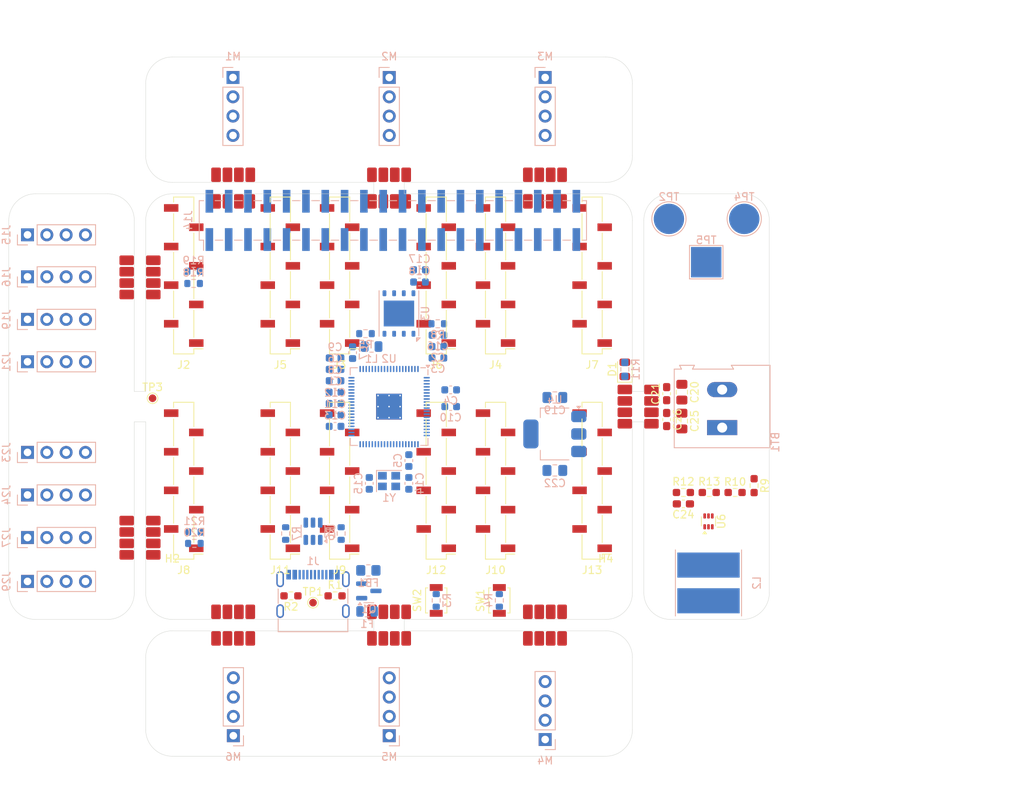
<source format=kicad_pcb>
(kicad_pcb (version 20241229) (generator "pcbnew") (generator_version "9.0")
  (layers (0 "F.Cu" signal) (4 "In1.Cu" signal) (6 "In2.Cu" signal) (2 "B.Cu" signal) (13 "F.Paste" user) (15 "B.Paste" user) (5 "F.SilkS" user "F.Silkscreen") (7 "B.SilkS" user "B.Silkscreen") (1 "F.Mask" user) (3 "B.Mask" user) (25 "Edge.Cuts" user))
  (net 0 "")
  (net 1 "GND")
  (net 2 "+3V3")
  (net 3 "+1V1")
  (net 4 "+12V")
  (net 5 "Net-(U6-FB)")
  (net 6 "VBUS_USB_5V")
  (net 7 "/Steppers/STEP1.5_~{RESET}")
  (net 8 "/Steppers/STEP1.3_MS2")
  (net 9 "/MCU/GPIO1")
  (net 10 "/MCU/GPIO0")
  (net 11 "/Steppers/STEP1.4_MS3")
  (net 12 "/Steppers/STEP1.2_MS1")
  (net 13 "/MCU/GPIO2")
  (net 14 "/Steppers/STEP1.11_1B")
  (net 15 "/Steppers/STEP1.12_1A")
  (net 16 "/Steppers/STEP1.13_2A")
  (net 17 "/Steppers/STEP1.14_2B")
  (net 18 "/MCU/GPIO5")
  (net 19 "/Steppers/STEP2.2_MS1")
  (net 20 "/MCU/GPIO3")
  (net 21 "/Steppers/STEP2.4_MS3")
  (net 22 "/Steppers/STEP2.5_~{RESET}")
  (net 23 "/Steppers/STEP2.3_MS2")
  (net 24 "/MCU/GPIO4")
  (net 25 "/Steppers/STEP2.12_1A")
  (net 26 "/Steppers/STEP2.13_2A")
  (net 27 "/Steppers/STEP2.14_2B")
  (net 28 "/Steppers/STEP2.11_1B")
  (net 29 "/MCU/GPIO6")
  (net 30 "/Steppers/STEP3.5_~{RESET}")
  (net 31 "/MCU/GPIO8")
  (net 32 "/Steppers/STEP3.3_MS2")
  (net 33 "/MCU/GPIO7")
  (net 34 "/Steppers/STEP3.2_MS1")
  (net 35 "/Steppers/STEP3.4_MS3")
  (net 36 "/Steppers/STEP3.12_1A")
  (net 37 "/Steppers/STEP3.13_2A")
  (net 38 "/Steppers/STEP3.14_2B")
  (net 39 "/Steppers/STEP3.11_1B")
  (net 40 "/Steppers/STEP6.5_~{RESET}")
  (net 41 "/Steppers/STEP6.3_MS2")
  (net 42 "/Steppers/STEP6.2_MS1")
  (net 43 "/Steppers/STEP6.4_MS3")
  (net 44 "/Steppers/STEP5.5_~{RESET}")
  (net 45 "/Steppers/STEP5.4_MS3")
  (net 46 "/Steppers/STEP5.3_MS2")
  (net 47 "/Steppers/STEP5.2_MS1")
  (net 48 "/Steppers/STEP4.4_MS3")
  (net 49 "/Steppers/STEP4.5_~{RESET}")
  (net 50 "/Steppers/STEP4.3_MS2")
  (net 51 "/Steppers/STEP4.2_MS1")
  (net 52 "/Steppers/STEP6.14_2B")
  (net 53 "/Steppers/STEP6.12_1A")
  (net 54 "/Steppers/STEP6.11_1B")
  (net 55 "/Steppers/STEP6.13_2A")
  (net 56 "/Steppers/STEP5.12_1A")
  (net 57 "/Steppers/STEP5.13_2A")
  (net 58 "/Steppers/STEP5.11_1B")
  (net 59 "/Steppers/STEP5.14_2B")
  (net 60 "/Steppers/STEP4.12_1A")
  (net 61 "/Steppers/STEP4.11_1B")
  (net 62 "/Steppers/STEP4.13_2A")
  (net 63 "/Steppers/STEP4.14_2B")
  (net 64 "/MCU/USB_D+")
  (net 65 "/MCU/USB_D-")
  (net 66 "/MCU/D-")
  (net 67 "/MCU/D+")
  (net 68 "/MCU/~{QSPI_CS_{0}}")
  (net 69 "/MCU/~{RESET}")
  (net 70 "/MCU/BOOTSEL")
  (net 71 "/MCU/GPIO29")
  (net 72 "/MCU/GPIO42")
  (net 73 "/MCU/GPIO45")
  (net 74 "/MCU/GPIO36")
  (net 75 "/MCU/GPIO30")
  (net 76 "/MCU/GPIO23")
  (net 77 "/MCU/GPIO21")
  (net 78 "/MCU/GPIO27")
  (net 79 "/MCU/GPIO10")
  (net 80 "/MCU/GPIO37")
  (net 81 "/MCU/GPIO14")
  (net 82 "/MCU/QSPI_SCLK")
  (net 83 "/MCU/GPIO32")
  (net 84 "/MCU/GPIO41")
  (net 85 "/MCU/GPIO20")
  (net 86 "/MCU/GPIO12")
  (net 87 "/MCU/GPIO44")
  (net 88 "/MCU/GPIO47")
  (net 89 "/MCU/GPIO24")
  (net 90 "/MCU/GPIO11")
  (net 91 "/MCU/QSPI_SD3")
  (net 92 "/MCU/GPIO46")
  (net 93 "/MCU/QSPI_SD0")
  (net 94 "/MCU/SWCLK")
  (net 95 "/MCU/GPIO40")
  (net 96 "/MCU/GPIO15")
  (net 97 "/MCU/GPIO13")
  (net 98 "/MCU/GPIO9")
  (net 99 "/MCU/QSPI_SD1")
  (net 100 "/MCU/GPIO22")
  (net 101 "/MCU/GPIO39")
  (net 102 "/MCU/GPIO26")
  (net 103 "/MCU/GPIO16")
  (net 104 "/MCU/GPIO33")
  (net 105 "/MCU/GPIO17")
  (net 106 "/MCU/GPIO31")
  (net 107 "/MCU/GPIO34")
  (net 108 "/MCU/GPIO18")
  (net 109 "/MCU/SWDIO")
  (net 110 "/MCU/GPIO28")
  (net 111 "/MCU/GPIO19")
  (net 112 "/MCU/GPIO43")
  (net 113 "/MCU/QSPI_SD2")
  (net 114 "/MCU/GPIO25")
  (net 115 "/MCU/GPIO38")
  (net 116 "/MCU/GPIO35")
  (net 117 "Net-(U6-SW)")
  (net 118 "Net-(U2-XIN)")
  (net 119 "Net-(U2-XOUT)")
  (net 120 "Net-(D1-A)")
  (net 121 "Net-(Q1-D)")
  (net 122 "Net-(Q1-S)")
  (net 123 "Net-(J1-CC1)")
  (net 125 "Net-(J1-CC2)")
  (net 127 "Net-(U6-EN)")
  (net 154 "Net-(U2-VREG_VIN)")
  (net 155 "Net-(U2-VREG_LX)")
  (net 156 "+3V3_I2C")
  (net 157 "/Sensors/SDA_0")
  (net 158 "/Sensors/SCL_0")
  (net 159 "GND_I2C")
  (net 160 "Net-(J17-D)")
  (net 161 "Net-(J17-A)")
  (net 162 "Net-(J17-C)")
  (net 163 "Net-(J17-B)")
  (net 164 "Net-(J18-A)")
  (net 165 "Net-(J18-D)")
  (net 166 "Net-(J18-C)")
  (net 167 "Net-(J18-B)")
  (net 168 "Net-(J20-B)")
  (net 169 "Net-(J20-C)")
  (net 170 "Net-(J20-D)")
  (net 171 "Net-(J20-A)")
  (net 172 "Net-(J22-B)")
  (net 173 "Net-(J22-A)")
  (net 174 "Net-(J22-C)")
  (net 175 "Net-(J22-D)")
  (net 176 "/Sensors/SDA_1")
  (net 177 "/Sensors/SCL_1")
  (net 178 "Net-(J25-A)")
  (net 179 "Net-(J25-C)")
  (net 180 "Net-(J25-B)")
  (net 181 "Net-(J25-D)")
  (net 182 "Net-(J26-C)")
  (net 183 "Net-(J26-A)")
  (net 184 "Net-(J26-B)")
  (net 185 "Net-(J26-D)")
  (net 186 "+12V_BAT")
  (net 187 "+5V")
  (net 188 "GND_ALIM")
  (net 189 "+5V_ALIM")
  (footprint "Capacitor_SMD:C_0603_1608Metric_Pad1.08x0.95mm_HandSolder" (layer "F.Cu") (at 214.7 109.3)
    (property "Reference" "C24" (at 0 1.4 0) (layer "F.SilkS"))
    (property "Value" "33pF")
    (pad "1" smd roundrect (at -0.8625 0) (size 1.075 0.95) (layers "F.Cu" "F.Mask" "F.Paste") (net 189 "+5V_ALIM"))
    (pad "2" smd roundrect (at 0.8625 0) (size 1.075 0.95) (layers "F.Cu" "F.Mask" "F.Paste") (net 5 "Net-(U6-FB)"))
  )
  (footprint "MountingHole:MountingHole_3.5mm" (layer "F.Cu") (at 147.5 121)
    (property "Reference" "H2" (at 0 -4.5 0) (layer "F.SilkS"))
    (property "Value" "MountingHole")
    (pad "" np_thru_hole circle (at 0 0) (size 3.5 3.5) (drill 3.5) (layers "*.Cu" "*.Mask"))
  )
  (footprint "Capacitor_SMD:C_0805_2012Metric_Pad1.18x1.45mm_HandSolder" (layer "F.Cu") (at 214.5 94.6 -90)
    (property "Reference" "C20" (at 0 -1.68 90) (layer "F.SilkS"))
    (property "Value" "10µF")
    (pad "1" smd roundrect (at -1.0375 0 270) (size 1.175 1.45) (layers "F.Cu" "F.Mask" "F.Paste") (roundrect_rratio 0.212766) (net 186 "+12V_BAT"))
    (pad "2" smd roundrect (at 1.0375 0 270) (size 1.175 1.45) (layers "F.Cu" "F.Mask" "F.Paste") (roundrect_rratio 0.212766) (net 188 "GND_ALIM"))
  )
  (footprint "Custom_Aeris:SJ_Stepper_1-5mm" (layer "F.Cu") (at 153.25 67.75 90)
    (property "Reference" "J17" (hide yes))
    (property "Value" "~" (hide yes))
    (pad "1" smd roundrect (at -1.75 0 90) (size 1.905 1.27) (layers "F.Cu" "F.Mask" "F.Paste") (roundrect_rratio 0.15) (net 17 "/Steppers/STEP1.14_2B"))
    (pad "2" smd roundrect (at -1.75 1.5 90) (size 1.905 1.27) (layers "F.Cu" "F.Mask" "F.Paste") (roundrect_rratio 0.15) (net 16 "/Steppers/STEP1.13_2A"))
    (pad "3" smd roundrect (at -1.75 3 90) (size 1.905 1.27) (layers "F.Cu" "F.Mask" "F.Paste") (roundrect_rratio 0.15) (net 15 "/Steppers/STEP1.12_1A"))
    (pad "4" smd roundrect (at -1.75 4.5 90) (size 1.905 1.27) (layers "F.Cu" "F.Mask" "F.Paste") (roundrect_rratio 0.15) (net 14 "/Steppers/STEP1.11_1B"))
    (pad "5" smd roundrect (at 1.75 4.5 90) (size 1.905 1.27) (layers "F.Cu" "F.Mask" "F.Paste") (roundrect_rratio 0.15) (net 160 "Net-(J17-D)"))
    (pad "6" smd roundrect (at 1.75 3 90) (size 1.905 1.27) (layers "F.Cu" "F.Mask" "F.Paste") (roundrect_rratio 0.15) (net 162 "Net-(J17-C)"))
    (pad "7" smd roundrect (at 1.75 1.5 90) (size 1.905 1.27) (layers "F.Cu" "F.Mask" "F.Paste") (roundrect_rratio 0.15) (net 163 "Net-(J17-B)"))
    (pad "8" smd roundrect (at 1.75 0 90) (size 1.905 1.27) (layers "F.Cu" "F.Mask" "F.Paste") (roundrect_rratio 0.15) (net 161 "Net-(J17-A)"))
  )
  (footprint "Custom_Aeris:SJ_Stepper_1-5mm" (layer "F.Cu") (at 157.75 125.25 -90)
    (property "Reference" "J22" (hide yes))
    (property "Value" "~" (hide yes))
    (pad "1" smd roundrect (at -1.75 0 270) (size 1.905 1.27) (layers "F.Cu" "F.Mask" "F.Paste") (roundrect_rratio 0.15) (net 52 "/Steppers/STEP6.14_2B"))
    (pad "2" smd roundrect (at -1.75 1.5 270) (size 1.905 1.27) (layers "F.Cu" "F.Mask" "F.Paste") (roundrect_rratio 0.15) (net 55 "/Steppers/STEP6.13_2A"))
    (pad "3" smd roundrect (at -1.75 3 270) (size 1.905 1.27) (layers "F.Cu" "F.Mask" "F.Paste") (roundrect_rratio 0.15) (net 53 "/Steppers/STEP6.12_1A"))
    (pad "4" smd roundrect (at -1.75 4.5 270) (size 1.905 1.27) (layers "F.Cu" "F.Mask" "F.Paste") (roundrect_rratio 0.15) (net 54 "/Steppers/STEP6.11_1B"))
    (pad "5" smd roundrect (at 1.75 4.5 270) (size 1.905 1.27) (layers "F.Cu" "F.Mask" "F.Paste") (roundrect_rratio 0.15) (net 175 "Net-(J22-D)"))
    (pad "6" smd roundrect (at 1.75 3 270) (size 1.905 1.27) (layers "F.Cu" "F.Mask" "F.Paste") (roundrect_rratio 0.15) (net 174 "Net-(J22-C)"))
    (pad "7" smd roundrect (at 1.75 1.5 270) (size 1.905 1.27) (layers "F.Cu" "F.Mask" "F.Paste") (roundrect_rratio 0.15) (net 172 "Net-(J22-B)"))
    (pad "8" smd roundrect (at 1.75 0 270) (size 1.905 1.27) (layers "F.Cu" "F.Mask" "F.Paste") (roundrect_rratio 0.15) (net 173 "Net-(J22-A)"))
  )
  (footprint "Connector_PinSocket_2.54mm:PinSocket_1x08_P2.54mm_Vertical_SMD_Pin1Left" (layer "F.Cu") (at 149 106.25 180)
    (property "Reference" "J8" (at 0 -11.76 0) (layer "F.SilkS"))
    (property "Value" "Conn_01x08_Stepper")
    (pad "1" smd rect (at -1.65 -8.89 180) (size 1.9 1) (layers "F.Cu" "F.Mask" "F.Paste") (net 96 "/MCU/GPIO15"))
    (pad "2" smd rect (at 1.65 -6.35 180) (size 1.9 1) (layers "F.Cu" "F.Mask" "F.Paste") (net 42 "/Steppers/STEP6.2_MS1"))
    (pad "3" smd rect (at -1.65 -3.81 180) (size 1.9 1) (layers "F.Cu" "F.Mask" "F.Paste") (net 41 "/Steppers/STEP6.3_MS2"))
    (pad "4" smd rect (at 1.65 -1.27 180) (size 1.9 1) (layers "F.Cu" "F.Mask" "F.Paste") (net 43 "/Steppers/STEP6.4_MS3"))
    (pad "5" smd rect (at -1.65 1.27 180) (size 1.9 1) (layers "F.Cu" "F.Mask" "F.Paste") (net 40 "/Steppers/STEP6.5_~{RESET}"))
    (pad "6" smd rect (at 1.65 3.81 180) (size 1.9 1) (layers "F.Cu" "F.Mask" "F.Paste") (net 40 "/Steppers/STEP6.5_~{RESET}"))
    (pad "7" smd rect (at -1.65 6.35 180) (size 1.9 1) (layers "F.Cu" "F.Mask" "F.Paste") (net 103 "/MCU/GPIO16"))
    (pad "8" smd rect (at 1.65 8.89 180) (size 1.9 1) (layers "F.Cu" "F.Mask" "F.Paste") (net 105 "/MCU/GPIO17"))
  )
  (footprint "Connector_PinSocket_2.54mm:PinSocket_1x08_P2.54mm_Vertical_SMD_Pin1Left" (layer "F.Cu") (at 169.5 79.25 180)
    (property "Reference" "J3" (at 0 -11.76 0) (layer "F.SilkS"))
    (property "Value" "Conn_01x08_Stepper")
    (pad "1" smd rect (at -1.65 -8.89 180) (size 1.9 1) (layers "F.Cu" "F.Mask" "F.Paste") (net 98 "/MCU/GPIO9"))
    (pad "2" smd rect (at 1.65 -6.35 180) (size 1.9 1) (layers "F.Cu" "F.Mask" "F.Paste") (net 19 "/Steppers/STEP2.2_MS1"))
    (pad "3" smd rect (at -1.65 -3.81 180) (size 1.9 1) (layers "F.Cu" "F.Mask" "F.Paste") (net 23 "/Steppers/STEP2.3_MS2"))
    (pad "4" smd rect (at 1.65 -1.27 180) (size 1.9 1) (layers "F.Cu" "F.Mask" "F.Paste") (net 21 "/Steppers/STEP2.4_MS3"))
    (pad "5" smd rect (at -1.65 1.27 180) (size 1.9 1) (layers "F.Cu" "F.Mask" "F.Paste") (net 22 "/Steppers/STEP2.5_~{RESET}"))
    (pad "6" smd rect (at 1.65 3.81 180) (size 1.9 1) (layers "F.Cu" "F.Mask" "F.Paste") (net 22 "/Steppers/STEP2.5_~{RESET}"))
    (pad "7" smd rect (at -1.65 6.35 180) (size 1.9 1) (layers "F.Cu" "F.Mask" "F.Paste") (net 79 "/MCU/GPIO10"))
    (pad "8" smd rect (at 1.65 8.89 180) (size 1.9 1) (layers "F.Cu" "F.Mask" "F.Paste") (net 90 "/MCU/GPIO11"))
  )
  (footprint "Capacitor_SMD:C_0603_1608Metric_Pad1.08x0.95mm_HandSolder" (layer "F.Cu") (at 212.5 94.8 90)
    (property "Reference" "C21" (at 0 -1.43 90) (layer "F.SilkS"))
    (property "Value" "0.1µF")
    (pad "1" smd roundrect (at -0.8625 0 90) (size 1.075 0.95) (layers "F.Cu" "F.Mask" "F.Paste") (net 186 "+12V_BAT"))
    (pad "2" smd roundrect (at 0.8625 0 90) (size 1.075 0.95) (layers "F.Cu" "F.Mask" "F.Paste") (net 188 "GND_ALIM"))
  )
  (footprint "Resistor_SMD:R_0603_1608Metric_Pad0.98x0.95mm_HandSolder" (layer "F.Cu") (at 221.5 107.8 180)
    (property "Reference" "R10" (at 0 1.4 0) (layer "F.SilkS"))
    (property "Value" "17.4k")
    (pad "1" smd roundrect (at -0.9125 0 180) (size 0.975 0.95) (layers "F.Cu" "F.Mask" "F.Paste") (net 127 "Net-(U6-EN)"))
    (pad "2" smd roundrect (at 0.9125 0 180) (size 0.975 0.95) (layers "F.Cu" "F.Mask" "F.Paste") (net 188 "GND_ALIM"))
  )
  (footprint "Resistor_SMD:R_0603_1608Metric_Pad0.98x0.95mm_HandSolder" (layer "F.Cu") (at 224 106.9 -90)
    (property "Reference" "R9" (at 0 -1.43 90) (layer "F.SilkS"))
    (property "Value" "100k")
    (pad "1" smd roundrect (at -0.9125 0 270) (size 0.975 0.95) (layers "F.Cu" "F.Mask" "F.Paste") (net 186 "+12V_BAT"))
    (pad "2" smd roundrect (at 0.9125 0 270) (size 0.975 0.95) (layers "F.Cu" "F.Mask" "F.Paste") (net 127 "Net-(U6-EN)"))
  )
  (footprint "TestPoint:TestPoint_Pad_D1.0mm" (layer "F.Cu") (at 144.9 95.4)
    (property "Reference" "TP3" (at 0 -1.448 0) (layer "F.SilkS"))
    (property "Value" "TP_3v3")
    (pad "1" smd circle (at 0 0) (size 1 1) (layers "F.Cu" "F.Mask") (net 2 "+3V3"))
  )
  (footprint "Connector_PinSocket_2.54mm:PinSocket_1x08_P2.54mm_Vertical_SMD_Pin1Left" (layer "F.Cu") (at 182.2 79.25 180)
    (property "Reference" "J6" (at 0 -11.76 0) (layer "F.SilkS"))
    (property "Value" "Conn_09x16_Stepper")
    (pad "1" smd rect (at -1.65 -8.89 180) (size 1.9 1) (layers "F.Cu" "F.Mask" "F.Paste") (net 4 "+12V"))
    (pad "2" smd rect (at 1.65 -6.35 180) (size 1.9 1) (layers "F.Cu" "F.Mask" "F.Paste") (net 1 "GND"))
    (pad "3" smd rect (at -1.65 -3.81 180) (size 1.9 1) (layers "F.Cu" "F.Mask" "F.Paste") (net 27 "/Steppers/STEP2.14_2B"))
    (pad "4" smd rect (at 1.65 -1.27 180) (size 1.9 1) (layers "F.Cu" "F.Mask" "F.Paste") (net 26 "/Steppers/STEP2.13_2A"))
    (pad "5" smd rect (at -1.65 1.27 180) (size 1.9 1) (layers "F.Cu" "F.Mask" "F.Paste") (net 25 "/Steppers/STEP2.12_1A"))
    (pad "6" smd rect (at 1.65 3.81 180) (size 1.9 1) (layers "F.Cu" "F.Mask" "F.Paste") (net 28 "/Steppers/STEP2.11_1B"))
    (pad "7" smd rect (at -1.65 6.35 180) (size 1.9 1) (layers "F.Cu" "F.Mask" "F.Paste") (net 2 "+3V3"))
    (pad "8" smd rect (at 1.65 8.89 180) (size 1.9 1) (layers "F.Cu" "F.Mask" "F.Paste") (net 1 "GND"))
  )
  (footprint "Connector_PinSocket_2.54mm:PinSocket_1x08_P2.54mm_Vertical_SMD_Pin1Left" (layer "F.Cu") (at 161.7 79.25 180)
    (property "Reference" "J5" (at 0 -11.76 0) (layer "F.SilkS"))
    (property "Value" "Conn_09x16_Stepper")
    (pad "1" smd rect (at -1.65 -8.89 180) (size 1.9 1) (layers "F.Cu" "F.Mask" "F.Paste") (net 4 "+12V"))
    (pad "2" smd rect (at 1.65 -6.35 180) (size 1.9 1) (layers "F.Cu" "F.Mask" "F.Paste") (net 1 "GND"))
    (pad "3" smd rect (at -1.65 -3.81 180) (size 1.9 1) (layers "F.Cu" "F.Mask" "F.Paste") (net 17 "/Steppers/STEP1.14_2B"))
    (pad "4" smd rect (at 1.65 -1.27 180) (size 1.9 1) (layers "F.Cu" "F.Mask" "F.Paste") (net 16 "/Steppers/STEP1.13_2A"))
    (pad "5" smd rect (at -1.65 1.27 180) (size 1.9 1) (layers "F.Cu" "F.Mask" "F.Paste") (net 15 "/Steppers/STEP1.12_1A"))
    (pad "6" smd rect (at 1.65 3.81 180) (size 1.9 1) (layers "F.Cu" "F.Mask" "F.Paste") (net 14 "/Steppers/STEP1.11_1B"))
    (pad "7" smd rect (at -1.65 6.35 180) (size 1.9 1) (layers "F.Cu" "F.Mask" "F.Paste") (net 2 "+3V3"))
    (pad "8" smd rect (at 1.65 8.89 180) (size 1.9 1) (layers "F.Cu" "F.Mask" "F.Paste") (net 1 "GND"))
  )
  (footprint "Resistor_SMD:R_0603_1608Metric_Pad0.98x0.95mm_HandSolder" (layer "F.Cu") (at 218.1 107.8)
    (property "Reference" "R13" (at 0 -1.43 0) (layer "F.SilkS"))
    (property "Value" "30k")
    (pad "1" smd roundrect (at -0.9125 0) (size 0.975 0.95) (layers "F.Cu" "F.Mask" "F.Paste") (net 5 "Net-(U6-FB)"))
    (pad "2" smd roundrect (at 0.9125 0) (size 0.975 0.95) (layers "F.Cu" "F.Mask" "F.Paste") (net 188 "GND_ALIM"))
  )
  (footprint "Custom_Aeris:SJ_Stepper_1-5mm" (layer "F.Cu") (at 198.75 125.25 -90)
    (property "Reference" "J26" (hide yes))
    (property "Value" "~" (hide yes))
    (pad "1" smd roundrect (at -1.75 0 270) (size 1.905 1.27) (layers "F.Cu" "F.Mask" "F.Paste") (roundrect_rratio 0.15) (net 63 "/Steppers/STEP4.14_2B"))
    (pad "2" smd roundrect (at -1.75 1.5 270) (size 1.905 1.27) (layers "F.Cu" "F.Mask" "F.Paste") (roundrect_rratio 0.15) (net 62 "/Steppers/STEP4.13_2A"))
    (pad "3" smd roundrect (at -1.75 3 270) (size 1.905 1.27) (layers "F.Cu" "F.Mask" "F.Paste") (roundrect_rratio 0.15) (net 60 "/Steppers/STEP4.12_1A"))
    (pad "4" smd roundrect (at -1.75 4.5 270) (size 1.905 1.27) (layers "F.Cu" "F.Mask" "F.Paste") (roundrect_rratio 0.15) (net 61 "/Steppers/STEP4.11_1B"))
    (pad "5" smd roundrect (at 1.75 4.5 270) (size 1.905 1.27) (layers "F.Cu" "F.Mask" "F.Paste") (roundrect_rratio 0.15) (net 185 "Net-(J26-D)"))
    (pad "6" smd roundrect (at 1.75 3 270) (size 1.905 1.27) (layers "F.Cu" "F.Mask" "F.Paste") (roundrect_rratio 0.15) (net 182 "Net-(J26-C)"))
    (pad "7" smd roundrect (at 1.75 1.5 270) (size 1.905 1.27) (layers "F.Cu" "F.Mask" "F.Paste") (roundrect_rratio 0.15) (net 184 "Net-(J26-B)"))
    (pad "8" smd roundrect (at 1.75 0 270) (size 1.905 1.27) (layers "F.Cu" "F.Mask" "F.Paste") (roundrect_rratio 0.15) (net 183 "Net-(J26-A)"))
  )
  (footprint "Custom_Aeris:SJ_Stepper_1-5mm" (layer "F.Cu") (at 143.25 81.75 180)
    (property "Reference" "J28" (hide yes))
    (property "Value" "~" (hide yes))
    (pad "1" smd roundrect (at -1.75 0 180) (size 1.905 1.27) (layers "F.Cu" "F.Mask" "F.Paste") (roundrect_rratio 0.15) (net 2 "+3V3"))
    (pad "2" smd roundrect (at -1.75 1.5 180) (size 1.905 1.27) (layers "F.Cu" "F.Mask" "F.Paste") (roundrect_rratio 0.15) (net 24 "/MCU/GPIO4"))
    (pad "3" smd roundrect (at -1.75 3 180) (size 1.905 1.27) (layers "F.Cu" "F.Mask" "F.Paste") (roundrect_rratio 0.15) (net 18 "/MCU/GPIO5"))
    (pad "4" smd roundrect (at -1.75 4.5 180) (size 1.905 1.27) (layers "F.Cu" "F.Mask" "F.Paste") (roundrect_rratio 0.15) (net 1 "GND"))
    (pad "5" smd roundrect (at 1.75 4.5 180) (size 1.905 1.27) (layers "F.Cu" "F.Mask" "F.Paste") (roundrect_rratio 0.15) (net 159 "GND_I2C"))
    (pad "6" smd roundrect (at 1.75 3 180) (size 1.905 1.27) (layers "F.Cu" "F.Mask" "F.Paste") (roundrect_rratio 0.15) (net 158 "/Sensors/SCL_0"))
    (pad "7" smd roundrect (at 1.75 1.5 180) (size 1.905 1.27) (layers "F.Cu" "F.Mask" "F.Paste") (roundrect_rratio 0.15) (net 157 "/Sensors/SDA_0"))
    (pad "8" smd roundrect (at 1.75 0 180) (size 1.905 1.27) (layers "F.Cu" "F.Mask" "F.Paste") (roundrect_rratio 0.15) (net 156 "+3V3_I2C"))
  )
  (footprint "TestPoint:TestPoint_Pad_D1.0mm" (layer "F.Cu") (at 166 122.3)
    (property "Reference" "TP1" (at 0 -1.448 0) (layer "F.SilkS"))
    (property "Value" "TP_VIN_5V")
    (pad "1" smd circle (at 0 0) (size 1 1) (layers "F.Cu" "F.Mask") (net 187 "+5V"))
  )
  (footprint "Custom_Aeris:SJ_Stepper_1-5mm" (layer "F.Cu") (at 178.25 125.25 -90)
    (property "Reference" "J25" (hide yes))
    (property "Value" "~" (hide yes))
    (pad "1" smd roundrect (at -1.75 0 270) (size 1.905 1.27) (layers "F.Cu" "F.Mask" "F.Paste") (roundrect_rratio 0.15) (net 59 "/Steppers/STEP5.14_2B"))
    (pad "2" smd roundrect (at -1.75 1.5 270) (size 1.905 1.27) (layers "F.Cu" "F.Mask" "F.Paste") (roundrect_rratio 0.15) (net 57 "/Steppers/STEP5.13_2A"))
    (pad "3" smd roundrect (at -1.75 3 270) (size 1.905 1.27) (layers "F.Cu" "F.Mask" "F.Paste") (roundrect_rratio 0.15) (net 56 "/Steppers/STEP5.12_1A"))
    (pad "4" smd roundrect (at -1.75 4.5 270) (size 1.905 1.27) (layers "F.Cu" "F.Mask" "F.Paste") (roundrect_rratio 0.15) (net 58 "/Steppers/STEP5.11_1B"))
    (pad "5" smd roundrect (at 1.75 4.5 270) (size 1.905 1.27) (layers "F.Cu" "F.Mask" "F.Paste") (roundrect_rratio 0.15) (net 181 "Net-(J25-D)"))
    (pad "6" smd roundrect (at 1.75 3 270) (size 1.905 1.27) (layers "F.Cu" "F.Mask" "F.Paste") (roundrect_rratio 0.15) (net 179 "Net-(J25-C)"))
    (pad "7" smd roundrect (at 1.75 1.5 270) (size 1.905 1.27) (layers "F.Cu" "F.Mask" "F.Paste") (roundrect_rratio 0.15) (net 180 "Net-(J25-B)"))
    (pad "8" smd roundrect (at 1.75 0 270) (size 1.905 1.27) (layers "F.Cu" "F.Mask" "F.Paste") (roundrect_rratio 0.15) (net 178 "Net-(J25-A)"))
  )
  (footprint "Capacitor_SMD:C_0603_1608Metric_Pad1.08x0.95mm_HandSolder" (layer "F.Cu") (at 212.5 98.2 -90)
    (property "Reference" "C26" (at 0 -1.43 90) (layer "F.SilkS"))
    (property "Value" "0.1µF")
    (pad "1" smd roundrect (at -0.8625 0 270) (size 1.075 0.95) (layers "F.Cu" "F.Mask" "F.Paste") (net 189 "+5V_ALIM"))
    (pad "2" smd roundrect (at 0.8625 0 270) (size 1.075 0.95) (layers "F.Cu" "F.Mask" "F.Paste") (net 188 "GND_ALIM"))
  )
  (footprint "Package_TO_SOT_SMD:SOT-563" (layer "F.Cu") (at 218 111.6 90)
    (property "Reference" "U6" (at 0 1.7 90) (layer "F.SilkS"))
    (property "Value" "~")
    (pad "1" smd roundrect (at -0.7125 -0.5 90) (size 0.675 0.35) (layers "F.Cu" "F.Mask" "F.Paste") (net 186 "+12V_BAT"))
    (pad "2" smd roundrect (at -0.7125 0 90) (size 0.675 0.35) (layers "F.Cu" "F.Mask" "F.Paste") (net 117 "Net-(U6-SW)"))
    (pad "3" smd roundrect (at -0.7125 0.5 90) (size 0.675 0.35) (layers "F.Cu" "F.Mask" "F.Paste") (net 188 "GND_ALIM"))
    (pad "4" smd roundrect (at 0.7125 0.5 90) (size 0.675 0.35) (layers "F.Cu" "F.Mask" "F.Paste") (net 188 "GND_ALIM"))
    (pad "5" smd roundrect (at 0.7125 0 90) (size 0.675 0.35) (layers "F.Cu" "F.Mask" "F.Paste") (net 127 "Net-(U6-EN)"))
    (pad "6" smd roundrect (at 0.7125 -0.5 90) (size 0.675 0.35) (layers "F.Cu" "F.Mask" "F.Paste") (net 5 "Net-(U6-FB)"))
  )
  (footprint "Connector_PinSocket_2.54mm:PinSocket_1x08_P2.54mm_Vertical_SMD_Pin1Left" (layer "F.Cu") (at 190 106.25 180)
    (property "Reference" "J10" (at 0 -11.76 0) (layer "F.SilkS"))
    (property "Value" "Conn_01x08_Stepper")
    (pad "1" smd rect (at -1.65 -8.89 180) (size 1.9 1) (layers "F.Cu" "F.Mask" "F.Paste") (net 77 "/MCU/GPIO21"))
    (pad "2" smd rect (at 1.65 -6.35 180) (size 1.9 1) (layers "F.Cu" "F.Mask" "F.Paste") (net 51 "/Steppers/STEP4.2_MS1"))
    (pad "3" smd rect (at -1.65 -3.81 180) (size 1.9 1) (layers "F.Cu" "F.Mask" "F.Paste") (net 50 "/Steppers/STEP4.3_MS2"))
    (pad "4" smd rect (at 1.65 -1.27 180) (size 1.9 1) (layers "F.Cu" "F.Mask" "F.Paste") (net 48 "/Steppers/STEP4.4_MS3"))
    (pad "5" smd rect (at -1.65 1.27 180) (size 1.9 1) (layers "F.Cu" "F.Mask" "F.Paste") (net 49 "/Steppers/STEP4.5_~{RESET}"))
    (pad "6" smd rect (at 1.65 3.81 180) (size 1.9 1) (layers "F.Cu" "F.Mask" "F.Paste") (net 49 "/Steppers/STEP4.5_~{RESET}"))
    (pad "7" smd rect (at -1.65 6.35 180) (size 1.9 1) (layers "F.Cu" "F.Mask" "F.Paste") (net 100 "/MCU/GPIO22"))
    (pad "8" smd rect (at 1.65 8.89 180) (size 1.9 1) (layers "F.Cu" "F.Mask" "F.Paste") (net 76 "/MCU/GPIO23"))
  )
  (footprint "Custom_Aeris:SJ_Stepper_1-5mm" (layer "F.Cu") (at 173.75 67.75 90)
    (property "Reference" "J18" (hide yes))
    (property "Value" "~" (hide yes))
    (pad "1" smd roundrect (at -1.75 0 90) (size 1.905 1.27) (layers "F.Cu" "F.Mask" "F.Paste") (roundrect_rratio 0.15) (net 27 "/Steppers/STEP2.14_2B"))
    (pad "2" smd roundrect (at -1.75 1.5 90) (size 1.905 1.27) (layers "F.Cu" "F.Mask" "F.Paste") (roundrect_rratio 0.15) (net 26 "/Steppers/STEP2.13_2A"))
    (pad "3" smd roundrect (at -1.75 3 90) (size 1.905 1.27) (layers "F.Cu" "F.Mask" "F.Paste") (roundrect_rratio 0.15) (net 25 "/Steppers/STEP2.12_1A"))
    (pad "4" smd roundrect (at -1.75 4.5 90) (size 1.905 1.27) (layers "F.Cu" "F.Mask" "F.Paste") (roundrect_rratio 0.15) (net 28 "/Steppers/STEP2.11_1B"))
    (pad "5" smd roundrect (at 1.75 4.5 90) (size 1.905 1.27) (layers "F.Cu" "F.Mask" "F.Paste") (roundrect_rratio 0.15) (net 165 "Net-(J18-D)"))
    (pad "6" smd roundrect (at 1.75 3 90) (size 1.905 1.27) (layers "F.Cu" "F.Mask" "F.Paste") (roundrect_rratio 0.15) (net 166 "Net-(J18-C)"))
    (pad "7" smd roundrect (at 1.75 1.5 90) (size 1.905 1.27) (layers "F.Cu" "F.Mask" "F.Paste") (roundrect_rratio 0.15) (net 167 "Net-(J18-B)"))
    (pad "8" smd roundrect (at 1.75 0 90) (size 1.905 1.27) (layers "F.Cu" "F.Mask" "F.Paste") (roundrect_rratio 0.15) (net 164 "Net-(J18-A)"))
  )
  (footprint "Custom_Aeris:SJ_Stepper_1-5mm" (layer "F.Cu") (at 208.75 94.25)
    (property "Reference" "J31" (hide yes))
    (property "Value" "~" (hide yes))
    (pad "1" smd roundrect (at -1.75 0) (size 1.905 1.27) (layers "F.Cu" "F.Mask" "F.Paste") (roundrect_rratio 0.15) (net 1 "GND"))
    (pad "2" smd roundrect (at -1.75 1.5) (size 1.905 1.27) (layers "F.Cu" "F.Mask" "F.Paste") (roundrect_rratio 0.15) (net 4 "+12V"))
    (pad "3" smd roundrect (at -1.75 3) (size 1.905 1.27) (layers "F.Cu" "F.Mask" "F.Paste") (roundrect_rratio 0.15) (net 187 "+5V"))
    (pad "4" smd roundrect (at -1.75 4.5) (size 1.905 1.27) (layers "F.Cu" "F.Mask" "F.Paste") (roundrect_rratio 0.15) (net 1 "GND"))
    (pad "5" smd roundrect (at 1.75 4.5) (size 1.905 1.27) (layers "F.Cu" "F.Mask" "F.Paste") (roundrect_rratio 0.15) (net 188 "GND_ALIM"))
    (pad "6" smd roundrect (at 1.75 3) (size 1.905 1.27) (layers "F.Cu" "F.Mask" "F.Paste") (roundrect_rratio 0.15) (net 189 "+5V_ALIM"))
    (pad "7" smd roundrect (at 1.75 1.5) (size 1.905 1.27) (layers "F.Cu" "F.Mask" "F.Paste") (roundrect_rratio 0.15) (net 186 "+12V_BAT"))
    (pad "8" smd roundrect (at 1.75 0) (size 1.905 1.27) (layers "F.Cu" "F.Mask" "F.Paste") (roundrect_rratio 0.15) (net 188 "GND_ALIM"))
  )
  (footprint "Diode_SMD:D_0805_2012Metric" (layer "F.Cu") (at 207 91.6 90)
    (property "Reference" "D1" (at 0 -1.65 90) (layer "F.SilkS"))
    (property "Value" "Green_power")
    (pad "1" smd roundrect (at -0.9375 0 90) (size 0.975 1.4) (layers "F.Cu" "F.Mask" "F.Paste") (net 1 "GND"))
    (pad "2" smd roundrect (at 0.9375 0 90) (size 0.975 1.4) (layers "F.Cu" "F.Mask" "F.Paste") (net 120 "Net-(D1-A)"))
  )
  (footprint "Custom_Aeris:SJ_Stepper_1-5mm" (layer "F.Cu") (at 194.25 67.75 90)
    (property "Reference" "J20" (hide yes))
    (property "Value" "~" (hide yes))
    (pad "1" smd roundrect (at -1.75 0 90) (size 1.905 1.27) (layers "F.Cu" "F.Mask" "F.Paste") (roundrect_rratio 0.15) (net 38 "/Steppers/STEP3.14_2B"))
    (pad "2" smd roundrect (at -1.75 1.5 90) (size 1.905 1.27) (layers "F.Cu" "F.Mask" "F.Paste") (roundrect_rratio 0.15) (net 37 "/Steppers/STEP3.13_2A"))
    (pad "3" smd roundrect (at -1.75 3 90) (size 1.905 1.27) (layers "F.Cu" "F.Mask" "F.Paste") (roundrect_rratio 0.15) (net 36 "/Steppers/STEP3.12_1A"))
    (pad "4" smd roundrect (at -1.75 4.5 90) (size 1.905 1.27) (layers "F.Cu" "F.Mask" "F.Paste") (roundrect_rratio 0.15) (net 39 "/Steppers/STEP3.11_1B"))
    (pad "5" smd roundrect (at 1.75 4.5 90) (size 1.905 1.27) (layers "F.Cu" "F.Mask" "F.Paste") (roundrect_rratio 0.15) (net 170 "Net-(J20-D)"))
    (pad "6" smd roundrect (at 1.75 3 90) (size 1.905 1.27) (layers "F.Cu" "F.Mask" "F.Paste") (roundrect_rratio 0.15) (net 169 "Net-(J20-C)"))
    (pad "7" smd roundrect (at 1.75 1.5 90) (size 1.905 1.27) (layers "F.Cu" "F.Mask" "F.Paste") (roundrect_rratio 0.15) (net 168 "Net-(J20-B)"))
    (pad "8" smd roundrect (at 1.75 0 90) (size 1.905 1.27) (layers "F.Cu" "F.Mask" "F.Paste") (roundrect_rratio 0.15) (net 171 "Net-(J20-A)"))
  )
  (footprint "Button_Switch_SMD:SW_SPST_B3U-1000P" (layer "F.Cu") (at 182.2 122 90)
    (property "Reference" "SW2" (at 0 -2.5 90) (layer "F.SilkS"))
    (property "Value" "SW_RESET")
    (pad "1" smd rect (at -1.7 0 90) (size 0.9 1.7) (layers "F.Cu" "F.Mask" "F.Paste") (net 1 "GND"))
    (pad "2" smd rect (at 1.7 0 90) (size 0.9 1.7) (layers "F.Cu" "F.Mask" "F.Paste") (net 69 "/MCU/~{RESET}"))
  )
  (footprint "Connector_PinSocket_2.54mm:PinSocket_1x08_P2.54mm_Vertical_SMD_Pin1Left" (layer "F.Cu") (at 190 79.25 180)
    (property "Reference" "J4" (at 0 -11.76 0) (layer "F.SilkS"))
    (property "Value" "Conn_01x08_Stepper")
    (pad "1" smd rect (at -1.65 -8.89 180) (size 1.9 1) (layers "F.Cu" "F.Mask" "F.Paste") (net 86 "/MCU/GPIO12"))
    (pad "2" smd rect (at 1.65 -6.35 180) (size 1.9 1) (layers "F.Cu" "F.Mask" "F.Paste") (net 34 "/Steppers/STEP3.2_MS1"))
    (pad "3" smd rect (at -1.65 -3.81 180) (size 1.9 1) (layers "F.Cu" "F.Mask" "F.Paste") (net 32 "/Steppers/STEP3.3_MS2"))
    (pad "4" smd rect (at 1.65 -1.27 180) (size 1.9 1) (layers "F.Cu" "F.Mask" "F.Paste") (net 35 "/Steppers/STEP3.4_MS3"))
    (pad "5" smd rect (at -1.65 1.27 180) (size 1.9 1) (layers "F.Cu" "F.Mask" "F.Paste") (net 30 "/Steppers/STEP3.5_~{RESET}"))
    (pad "6" smd rect (at 1.65 3.81 180) (size 1.9 1) (layers "F.Cu" "F.Mask" "F.Paste") (net 30 "/Steppers/STEP3.5_~{RESET}"))
    (pad "7" smd rect (at -1.65 6.35 180) (size 1.9 1) (layers "F.Cu" "F.Mask" "F.Paste") (net 97 "/MCU/GPIO13"))
    (pad "8" smd rect (at 1.65 8.89 180) (size 1.9 1) (layers "F.Cu" "F.Mask" "F.Paste") (net 81 "/MCU/GPIO14"))
  )
  (footprint "Connector_PinSocket_2.54mm:PinSocket_1x08_P2.54mm_Vertical_SMD_Pin1Left" (layer "F.Cu") (at 149 79.25 180)
    (property "Reference" "J2" (at 0 -11.76 0) (layer "F.SilkS"))
    (property "Value" "Conn_01x08_Stepper")
    (pad "1" smd rect (at -1.65 -8.89 180) (size 1.9 1) (layers "F.Cu" "F.Mask" "F.Paste") (net 29 "/MCU/GPIO6"))
    (pad "2" smd rect (at 1.65 -6.35 180) (size 1.9 1) (layers "F.Cu" "F.Mask" "F.Paste") (net 12 "/Steppers/STEP1.2_MS1"))
    (pad "3" smd rect (at -1.65 -3.81 180) (size 1.9 1) (layers "F.Cu" "F.Mask" "F.Paste") (net 8 "/Steppers/STEP1.3_MS2"))
    (pad "4" smd rect (at 1.65 -1.27 180) (size 1.9 1) (layers "F.Cu" "F.Mask" "F.Paste") (net 11 "/Steppers/STEP1.4_MS3"))
    (pad "5" smd rect (at -1.65 1.27 180) (size 1.9 1) (layers "F.Cu" "F.Mask" "F.Paste") (net 7 "/Steppers/STEP1.5_~{RESET}"))
    (pad "6" smd rect (at 1.65 3.81 180) (size 1.9 1) (layers "F.Cu" "F.Mask" "F.Paste") (net 7 "/Steppers/STEP1.5_~{RESET}"))
    (pad "7" smd rect (at -1.65 6.35 180) (size 1.9 1) (layers "F.Cu" "F.Mask" "F.Paste") (net 33 "/MCU/GPIO7"))
    (pad "8" smd rect (at 1.65 8.89 180) (size 1.9 1) (layers "F.Cu" "F.Mask" "F.Paste") (net 31 "/MCU/GPIO8"))
  )
  (footprint "Resistor_SMD:R_0603_1608Metric_Pad0.98x0.95mm_HandSolder" (layer "F.Cu") (at 214.7 107.8)
    (property "Reference" "R12" (at 0 -1.43 0) (layer "F.SilkS"))
    (property "Value" "220k")
    (pad "1" smd roundrect (at -0.9125 0) (size 0.975 0.95) (layers "F.Cu" "F.Mask" "F.Paste") (net 189 "+5V_ALIM"))
    (pad "2" smd roundrect (at 0.9125 0) (size 0.975 0.95) (layers "F.Cu" "F.Mask" "F.Paste") (net 5 "Net-(U6-FB)"))
  )
  (footprint "Connector_PinSocket_2.54mm:PinSocket_1x08_P2.54mm_Vertical_SMD_Pin1Left" (layer "F.Cu") (at 161.7 106.25 180)
    (property "Reference" "J11" (at 0 -11.76 0) (layer "F.SilkS"))
    (property "Value" "Conn_09x16_Stepper")
    (pad "1" smd rect (at -1.65 -8.89 180) (size 1.9 1) (layers "F.Cu" "F.Mask" "F.Paste") (net 4 "+12V"))
    (pad "2" smd rect (at 1.65 -6.35 180) (size 1.9 1) (layers "F.Cu" "F.Mask" "F.Paste") (net 1 "GND"))
    (pad "3" smd rect (at -1.65 -3.81 180) (size 1.9 1) (layers "F.Cu" "F.Mask" "F.Paste") (net 52 "/Steppers/STEP6.14_2B"))
    (pad "4" smd rect (at 1.65 -1.27 180) (size 1.9 1) (layers "F.Cu" "F.Mask" "F.Paste") (net 55 "/Steppers/STEP6.13_2A"))
    (pad "5" smd rect (at -1.65 1.27 180) (size 1.9 1) (layers "F.Cu" "F.Mask" "F.Paste") (net 53 "/Steppers/STEP6.12_1A"))
    (pad "6" smd rect (at 1.65 3.81 180) (size 1.9 1) (layers "F.Cu" "F.Mask" "F.Paste") (net 54 "/Steppers/STEP6.11_1B"))
    (pad "7" smd rect (at -1.65 6.35 180) (size 1.9 1) (layers "F.Cu" "F.Mask" "F.Paste") (net 2 "+3V3"))
    (pad "8" smd rect (at 1.65 8.89 180) (size 1.9 1) (layers "F.Cu" "F.Mask" "F.Paste") (net 1 "GND"))
  )
  (footprint "Connector_PinSocket_2.54mm:PinSocket_1x08_P2.54mm_Vertical_SMD_Pin1Left" (layer "F.Cu") (at 169.5 106.25 180)
    (property "Reference" "J9" (at 0 -11.76 0) (layer "F.SilkS"))
    (property "Value" "Conn_01x08_Stepper")
    (pad "1" smd rect (at -1.65 -8.89 180) (size 1.9 1) (layers "F.Cu" "F.Mask" "F.Paste") (net 108 "/MCU/GPIO18"))
    (pad "2" smd rect (at 1.65 -6.35 180) (size 1.9 1) (layers "F.Cu" "F.Mask" "F.Paste") (net 47 "/Steppers/STEP5.2_MS1"))
    (pad "3" smd rect (at -1.65 -3.81 180) (size 1.9 1) (layers "F.Cu" "F.Mask" "F.Paste") (net 46 "/Steppers/STEP5.3_MS2"))
    (pad "4" smd rect (at 1.65 -1.27 180) (size 1.9 1) (layers "F.Cu" "F.Mask" "F.Paste") (net 45 "/Steppers/STEP5.4_MS3"))
    (pad "5" smd rect (at -1.65 1.27 180) (size 1.9 1) (layers "F.Cu" "F.Mask" "F.Paste") (net 44 "/Steppers/STEP5.5_~{RESET}"))
    (pad "6" smd rect (at 1.65 3.81 180) (size 1.9 1) (layers "F.Cu" "F.Mask" "F.Paste") (net 44 "/Steppers/STEP5.5_~{RESET}"))
    (pad "7" smd rect (at -1.65 6.35 180) (size 1.9 1) (layers "F.Cu" "F.Mask" "F.Paste") (net 111 "/MCU/GPIO19"))
    (pad "8" smd rect (at 1.65 8.89 180) (size 1.9 1) (layers "F.Cu" "F.Mask" "F.Paste") (net 85 "/MCU/GPIO20"))
  )
  (footprint "MountingHole:MountingHole_3.5mm" (layer "F.Cu") (at 204.5 121)
    (property "Reference" "H4" (at 0 -4.5 0) (layer "F.SilkS"))
    (property "Value" "MountingHole")
    (pad "" np_thru_hole circle (at 0 0) (size 3.5 3.5) (drill 3.5) (layers "*.Cu" "*.Mask"))
  )
  (footprint "Capacitor_SMD:C_0805_2012Metric_Pad1.18x1.45mm_HandSolder" (layer "F.Cu") (at 214.5 98.4 -90)
    (property "Reference" "C25" (at 0 -1.68 90) (layer "F.SilkS"))
    (property "Value" "22µF")
    (pad "1" smd roundrect (at -1.0375 0 270) (size 1.175 1.45) (layers "F.Cu" "F.Mask" "F.Paste") (roundrect_rratio 0.212766) (net 189 "+5V_ALIM"))
    (pad "2" smd roundrect (at 1.0375 0 270) (size 1.175 1.45) (layers "F.Cu" "F.Mask" "F.Paste") (roundrect_rratio 0.212766) (net 188 "GND_ALIM"))
  )
  (footprint "Connector_PinSocket_2.54mm:PinSocket_1x08_P2.54mm_Vertical_SMD_Pin1Left" (layer "F.Cu") (at 202.7 79.25 180)
    (property "Reference" "J7" (at 0 -11.76 0) (layer "F.SilkS"))
    (property "Value" "Conn_09x16_Stepper")
    (pad "1" smd rect (at -1.65 -8.89 180) (size 1.9 1) (layers "F.Cu" "F.Mask" "F.Paste") (net 4 "+12V"))
    (pad "2" smd rect (at 1.65 -6.35 180) (size 1.9 1) (layers "F.Cu" "F.Mask" "F.Paste") (net 1 "GND"))
    (pad "3" smd rect (at -1.65 -3.81 180) (size 1.9 1) (layers "F.Cu" "F.Mask" "F.Paste") (net 38 "/Steppers/STEP3.14_2B"))
    (pad "4" smd rect (at 1.65 -1.27 180) (size 1.9 1) (layers "F.Cu" "F.Mask" "F.Paste") (net 37 "/Steppers/STEP3.13_2A"))
    (pad "5" smd rect (at -1.65 1.27 180) (size 1.9 1) (layers "F.Cu" "F.Mask" "F.Paste") (net 36 "/Steppers/STEP3.12_1A"))
    (pad "6" smd rect (at 1.65 3.81 180) (size 1.9 1) (layers "F.Cu" "F.Mask" "F.Paste") (net 39 "/Steppers/STEP3.11_1B"))
    (pad "7" smd rect (at -1.65 6.35 180) (size 1.9 1) (layers "F.Cu" "F.Mask" "F.Paste") (net 2 "+3V3"))
    (pad "8" smd rect (at 1.65 8.89 180) (size 1.9 1) (layers "F.Cu" "F.Mask" "F.Paste") (net 1 "GND"))
  )
  (footprint "Button_Switch_SMD:SW_SPST_B3U-1000P" (layer "F.Cu") (at 190.5 122 90)
    (property "Reference" "SW1" (at 0 -2.5 90) (layer "F.SilkS"))
    (property "Value" "SW_BOOTSEL")
    (pad "1" smd rect (at -1.7 0 90) (size 0.9 1.7) (layers "F.Cu" "F.Mask" "F.Paste") (net 1 "GND"))
    (pad "2" smd rect (at 1.7 0 90) (size 0.9 1.7) (layers "F.Cu" "F.Mask" "F.Paste") (net 70 "/MCU/BOOTSEL"))
  )
  (footprint "Custom_Aeris:SJ_Stepper_1-5mm" (layer "F.Cu") (at 143.25 116 180)
    (property "Reference" "J30" (hide yes))
    (property "Value" "~" (hide yes))
    (pad "1" smd roundrect (at -1.75 0 180) (size 1.905 1.27) (layers "F.Cu" "F.Mask" "F.Paste") (roundrect_rratio 0.15) (net 2 "+3V3"))
    (pad "2" smd roundrect (at -1.75 1.5 180) (size 1.905 1.27) (layers "F.Cu" "F.Mask" "F.Paste") (roundrect_rratio 0.15) (net 13 "/MCU/GPIO2"))
    (pad "3" smd roundrect (at -1.75 3 180) (size 1.905 1.27) (layers "F.Cu" "F.Mask" "F.Paste") (roundrect_rratio 0.15) (net 20 "/MCU/GPIO3"))
    (pad "4" smd roundrect (at -1.75 4.5 180) (size 1.905 1.27) (layers "F.Cu" "F.Mask" "F.Paste") (roundrect_rratio 0.15) (net 1 "GND"))
    (pad "5" smd roundrect (at 1.75 4.5 180) (size 1.905 1.27) (layers "F.Cu" "F.Mask" "F.Paste") (roundrect_rratio 0.15) (net 159 "GND_I2C"))
    (pad "6" smd roundrect (at 1.75 3 180) (size 1.905 1.27) (layers "F.Cu" "F.Mask" "F.Paste") (roundrect_rratio 0.15) (net 177 "/Sensors/SCL_1"))
    (pad "7" smd roundrect (at 1.75 1.5 180) (size 1.905 1.27) (layers "F.Cu" "F.Mask" "F.Paste") (roundrect_rratio 0.15) (net 176 "/Sensors/SDA_1"))
    (pad "8" smd roundrect (at 1.75 0 180) (size 1.905 1.27) (layers "F.Cu" "F.Mask" "F.Paste") (roundrect_rratio 0.15) (net 156 "+3V3_I2C"))
  )
  (footprint "Resistor_SMD:R_0603_1608Metric_Pad0.98x0.95mm_HandSolder" (layer "F.Cu") (at 163.1 121.4 180)
    (property "Reference" "R2" (at 0 -1.43 0) (layer "F.SilkS"))
    (property "Value" "5.1k")
    (pad "1" smd roundrect (at -0.9125 0 180) (size 0.975 0.95) (layers "F.Cu" "F.Mask" "F.Paste") (net 125 "Net-(J1-CC2)"))
    (pad "2" smd roundrect (at 0.9125 0 180) (size 0.975 0.95) (layers "F.Cu" "F.Mask" "F.Paste") (net 1 "GND"))
  )
  (footprint "Connector_PinSocket_2.54mm:PinSocket_1x08_P2.54mm_Vertical_SMD_Pin1Left" (layer "F.Cu") (at 202.7 106.25 180)
    (property "Reference" "J13" (at 0 -11.76 0) (layer "F.SilkS"))
    (property "Value" "Conn_09x16_Stepper")
    (pad "1" smd rect (at -1.65 -8.89 180) (size 1.9 1) (layers "F.Cu" "F.Mask" "F.Paste") (net 4 "+12V"))
    (pad "2" smd rect (at 1.65 -6.35 180) (size 1.9 1) (layers "F.Cu" "F.Mask" "F.Paste") (net 1 "GND"))
    (pad "3" smd rect (at -1.65 -3.81 180) (size 1.9 1) (layers "F.Cu" "F.Mask" "F.Paste") (net 63 "/Steppers/STEP4.14_2B"))
    (pad "4" smd rect (at 1.65 -1.27 180) (size 1.9 1) (layers "F.Cu" "F.Mask" "F.Paste") (net 62 "/Steppers/STEP4.13_2A"))
    (pad "5" smd rect (at -1.65 1.27 180) (size 1.9 1) (layers "F.Cu" "F.Mask" "F.Paste") (net 60 "/Steppers/STEP4.12_1A"))
    (pad "6" smd rect (at 1.65 3.81 180) (size 1.9 1) (layers "F.Cu" "F.Mask" "F.Paste") (net 61 "/Steppers/STEP4.11_1B"))
    (pad "7" smd rect (at -1.65 6.35 180) (size 1.9 1) (layers "F.Cu" "F.Mask" "F.Paste") (net 2 "+3V3"))
    (pad "8" smd rect (at 1.65 8.89 180) (size 1.9 1) (layers "F.Cu" "F.Mask" "F.Paste") (net 1 "GND"))
  )
  (footprint "Resistor_SMD:R_0603_1608Metric_Pad0.98x0.95mm_HandSolder" (layer "F.Cu") (at 168.9 121.4)
    (property "Reference" "R1" (at 0 -1.43 0) (layer "F.SilkS"))
    (property "Value" "5.1k")
    (pad "1" smd roundrect (at -0.9125 0) (size 0.975 0.95) (layers "F.Cu" "F.Mask" "F.Paste") (net 123 "Net-(J1-CC1)"))
    (pad "2" smd roundrect (at 0.9125 0) (size 0.975 0.95) (layers "F.Cu" "F.Mask" "F.Paste") (net 1 "GND"))
  )
  (footprint "Connector_PinSocket_2.54mm:PinSocket_1x08_P2.54mm_Vertical_SMD_Pin1Left" (layer "F.Cu") (at 182.2 106.25 180)
    (property "Reference" "J12" (at 0 -11.76 0) (layer "F.SilkS"))
    (property "Value" "Conn_09x16_Stepper")
    (pad "1" smd rect (at -1.65 -8.89 180) (size 1.9 1) (layers "F.Cu" "F.Mask" "F.Paste") (net 4 "+12V"))
    (pad "2" smd rect (at 1.65 -6.35 180) (size 1.9 1) (layers "F.Cu" "F.Mask" "F.Paste") (net 1 "GND"))
    (pad "3" smd rect (at -1.65 -3.81 180) (size 1.9 1) (layers "F.Cu" "F.Mask" "F.Paste") (net 59 "/Steppers/STEP5.14_2B"))
    (pad "4" smd rect (at 1.65 -1.27 180) (size 1.9 1) (layers "F.Cu" "F.Mask" "F.Paste") (net 57 "/Steppers/STEP5.13_2A"))
    (pad "5" smd rect (at -1.65 1.27 180) (size 1.9 1) (layers "F.Cu" "F.Mask" "F.Paste") (net 56 "/Steppers/STEP5.12_1A"))
    (pad "6" smd rect (at 1.65 3.81 180) (size 1.9 1) (layers "F.Cu" "F.Mask" "F.Paste") (net 58 "/Steppers/STEP5.11_1B"))
    (pad "7" smd rect (at -1.65 6.35 180) (size 1.9 1) (layers "F.Cu" "F.Mask" "F.Paste") (net 2 "+3V3"))
    (pad "8" smd rect (at 1.65 8.89 180) (size 1.9 1) (layers "F.Cu" "F.Mask" "F.Paste") (net 1 "GND"))
  )
  (footprint "Resistor_SMD:R_0603_1608Metric" (layer "B.Cu") (at 182.4 85.6)
    (property "Reference" "R8" (at 0 1.43 0) (layer "B.SilkS") (effects (justify mirror)))
    (property "Value" "100K")
    (pad "1" smd roundrect (at -0.825 0) (size 0.8 0.95) (layers "B.Cu" "B.Mask" "B.Paste") (net 68 "/MCU/~{QSPI_CS_{0}}"))
    (pad "2" smd roundrect (at 0.825 0) (size 0.8 0.95) (layers "B.Cu" "B.Mask" "B.Paste") (net 2 "+3V3"))
  )
  (footprint "Capacitor_SMD:C_0603_1608Metric" (layer "B.Cu") (at 178.6 103.6 -90)
    (property "Reference" "C5" (at 0 1.43 90) (layer "B.SilkS") (effects (justify mirror)))
    (property "Value" "0.1uF")
    (pad "1" smd roundrect (at -0.775 0 270) (size 0.9 0.95) (layers "B.Cu" "B.Mask" "B.Paste") (net 2 "+3V3"))
    (pad "2" smd roundrect (at 0.775 0 270) (size 0.9 0.95) (layers "B.Cu" "B.Mask" "B.Paste") (net 1 "GND"))
  )
  (footprint "Connector_PinSocket_2.54mm:PinSocket_2x20_P2.54mm_Vertical_SMD" (layer "B.Cu") (at 176.5 72 -90)
    (property "Reference" "J14" (at 0 26.9 90) (layer "B.SilkS") (effects (justify mirror)))
    (property "Value" "Raspberry_Pi_4")
    (pad "1" smd rect (at 2.52 24.13 270) (size 3 1) (layers "B.Cu" "B.Mask" "B.Paste") (net 2 "+3V3"))
    (pad "2" smd rect (at -2.52 24.13 270) (size 3 1) (layers "B.Cu" "B.Mask" "B.Paste") (net 187 "+5V"))
    (pad "3" smd rect (at 2.52 21.59 270) (size 3 1) (layers "B.Cu" "B.Mask" "B.Paste"))
    (pad "4" smd rect (at -2.52 21.59 270) (size 3 1) (layers "B.Cu" "B.Mask" "B.Paste") (net 187 "+5V"))
    (pad "5" smd rect (at 2.52 19.05 270) (size 3 1) (layers "B.Cu" "B.Mask" "B.Paste"))
    (pad "6" smd rect (at -2.52 19.05 270) (size 3 1) (layers "B.Cu" "B.Mask" "B.Paste") (net 1 "GND"))
    (pad "7" smd rect (at 2.52 16.51 270) (size 3 1) (layers "B.Cu" "B.Mask" "B.Paste"))
    (pad "8" smd rect (at -2.52 16.51 270) (size 3 1) (layers "B.Cu" "B.Mask" "B.Paste") (net 9 "/MCU/GPIO1"))
    (pad "9" smd rect (at 2.52 13.97 270) (size 3 1) (layers "B.Cu" "B.Mask" "B.Paste") (net 1 "GND"))
    (pad "10" smd rect (at -2.52 13.97 270) (size 3 1) (layers "B.Cu" "B.Mask" "B.Paste") (net 10 "/MCU/GPIO0"))
    (pad "11" smd rect (at 2.52 11.43 270) (size 3 1) (layers "B.Cu" "B.Mask" "B.Paste"))
    (pad "12" smd rect (at -2.52 11.43 270) (size 3 1) (layers "B.Cu" "B.Mask" "B.Paste"))
    (pad "13" smd rect (at 2.52 8.89 270) (size 3 1) (layers "B.Cu" "B.Mask" "B.Paste"))
    (pad "14" smd rect (at -2.52 8.89 270) (size 3 1) (layers "B.Cu" "B.Mask" "B.Paste") (net 1 "GND"))
    (pad "15" smd rect (at 2.52 6.35 270) (size 3 1) (layers "B.Cu" "B.Mask" "B.Paste"))
    (pad "16" smd rect (at -2.52 6.35 270) (size 3 1) (layers "B.Cu" "B.Mask" "B.Paste"))
    (pad "17" smd rect (at 2.52 3.81 270) (size 3 1) (layers "B.Cu" "B.Mask" "B.Paste") (net 2 "+3V3"))
    (pad "18" smd rect (at -2.52 3.81 270) (size 3 1) (layers "B.Cu" "B.Mask" "B.Paste"))
    (pad "19" smd rect (at 2.52 1.27 270) (size 3 1) (layers "B.Cu" "B.Mask" "B.Paste"))
    (pad "20" smd rect (at -2.52 1.27 270) (size 3 1) (layers "B.Cu" "B.Mask" "B.Paste") (net 1 "GND"))
    (pad "21" smd rect (at 2.52 -1.27 270) (size 3 1) (layers "B.Cu" "B.Mask" "B.Paste"))
    (pad "22" smd rect (at -2.52 -1.27 270) (size 3 1) (layers "B.Cu" "B.Mask" "B.Paste"))
    (pad "23" smd rect (at 2.52 -3.81 270) (size 3 1) (layers "B.Cu" "B.Mask" "B.Paste"))
    (pad "24" smd rect (at -2.52 -3.81 270) (size 3 1) (layers "B.Cu" "B.Mask" "B.Paste"))
    (pad "25" smd rect (at 2.52 -6.35 270) (size 3 1) (layers "B.Cu" "B.Mask" "B.Paste") (net 1 "GND"))
    (pad "26" smd rect (at -2.52 -6.35 270) (size 3 1) (layers "B.Cu" "B.Mask" "B.Paste"))
    (pad "27" smd rect (at 2.52 -8.89 270) (size 3 1) (layers "B.Cu" "B.Mask" "B.Paste"))
    (pad "28" smd rect (at -2.52 -8.89 270) (size 3 1) (layers "B.Cu" "B.Mask" "B.Paste"))
    (pad "29" smd rect (at 2.52 -11.43 270) (size 3 1) (layers "B.Cu" "B.Mask" "B.Paste"))
    (pad "30" smd rect (at -2.52 -11.43 270) (size 3 1) (layers "B.Cu" "B.Mask" "B.Paste") (net 1 "GND"))
    (pad "31" smd rect (at 2.52 -13.97 270) (size 3 1) (layers "B.Cu" "B.Mask" "B.Paste"))
    (pad "32" smd rect (at -2.52 -13.97 270) (size 3 1) (layers "B.Cu" "B.Mask" "B.Paste"))
    (pad "33" smd rect (at 2.52 -16.51 270) (size 3 1) (layers "B.Cu" "B.Mask" "B.Paste"))
    (pad "34" smd rect (at -2.52 -16.51 270) (size 3 1) (layers "B.Cu" "B.Mask" "B.Paste") (net 1 "GND"))
    (pad "35" smd rect (at 2.52 -19.05 270) (size 3 1) (layers "B.Cu" "B.Mask" "B.Paste"))
    (pad "36" smd rect (at -2.52 -19.05 270) (size 3 1) (layers "B.Cu" "B.Mask" "B.Paste"))
    (pad "37" smd rect (at 2.52 -21.59 270) (size 3 1) (layers "B.Cu" "B.Mask" "B.Paste"))
    (pad "38" smd rect (at -2.52 -21.59 270) (size 3 1) (layers "B.Cu" "B.Mask" "B.Paste"))
    (pad "39" smd rect (at 2.52 -24.13 270) (size 3 1) (layers "B.Cu" "B.Mask" "B.Paste") (net 1 "GND"))
    (pad "40" smd rect (at -2.52 -24.13 270) (size 3 1) (layers "B.Cu" "B.Mask" "B.Paste"))
  )
  (footprint "Package_DFN_QFN:QFN-80-1EP_10x10mm_P0.4mm_EP3.4x3.4mm_ThermalVias" (layer "B.Cu") (at 176 96.5 180)
    (property "Reference" "U2" (at 0 6.3 0) (layer "B.SilkS") (effects (justify mirror)))
    (property "Value" "RP2350B-QFN80")
    (pad "1" smd roundrect (at -4.95 3.8 180) (size 0.8 0.2) (layers "B.Cu" "B.Mask" "B.Paste") (net 24 "/MCU/GPIO4"))
    (pad "2" smd roundrect (at -4.95 3.4 180) (size 0.8 0.2) (layers "B.Cu" "B.Mask" "B.Paste") (net 18 "/MCU/GPIO5"))
    (pad "3" smd roundrect (at -4.95 3 180) (size 0.8 0.2) (layers "B.Cu" "B.Mask" "B.Paste") (net 29 "/MCU/GPIO6"))
    (pad "4" smd roundrect (at -4.95 2.6 180) (size 0.8 0.2) (layers "B.Cu" "B.Mask" "B.Paste") (net 33 "/MCU/GPIO7"))
    (pad "5" smd roundrect (at -4.95 2.2 180) (size 0.8 0.2) (layers "B.Cu" "B.Mask" "B.Paste") (net 2 "+3V3"))
    (pad "6" smd roundrect (at -4.95 1.8 180) (size 0.8 0.2) (layers "B.Cu" "B.Mask" "B.Paste") (net 31 "/MCU/GPIO8"))
    (pad "7" smd roundrect (at -4.95 1.4 180) (size 0.8 0.2) (layers "B.Cu" "B.Mask" "B.Paste") (net 98 "/MCU/GPIO9"))
    (pad "8" smd roundrect (at -4.95 1 180) (size 0.8 0.2) (layers "B.Cu" "B.Mask" "B.Paste") (net 79 "/MCU/GPIO10"))
    (pad "9" smd roundrect (at -4.95 0.6 180) (size 0.8 0.2) (layers "B.Cu" "B.Mask" "B.Paste") (net 90 "/MCU/GPIO11"))
    (pad "10" smd roundrect (at -4.95 0.2 180) (size 0.8 0.2) (layers "B.Cu" "B.Mask" "B.Paste") (net 3 "+1V1"))
    (pad "11" smd roundrect (at -4.95 -0.2 180) (size 0.8 0.2) (layers "B.Cu" "B.Mask" "B.Paste") (net 86 "/MCU/GPIO12"))
    (pad "12" smd roundrect (at -4.95 -0.6 180) (size 0.8 0.2) (layers "B.Cu" "B.Mask" "B.Paste") (net 97 "/MCU/GPIO13"))
    (pad "13" smd roundrect (at -4.95 -1 180) (size 0.8 0.2) (layers "B.Cu" "B.Mask" "B.Paste") (net 81 "/MCU/GPIO14"))
    (pad "14" smd roundrect (at -4.95 -1.4 180) (size 0.8 0.2) (layers "B.Cu" "B.Mask" "B.Paste") (net 96 "/MCU/GPIO15"))
    (pad "15" smd roundrect (at -4.95 -1.8 180) (size 0.8 0.2) (layers "B.Cu" "B.Mask" "B.Paste") (net 2 "+3V3"))
    (pad "16" smd roundrect (at -4.95 -2.2 180) (size 0.8 0.2) (layers "B.Cu" "B.Mask" "B.Paste") (net 103 "/MCU/GPIO16"))
    (pad "17" smd roundrect (at -4.95 -2.6 180) (size 0.8 0.2) (layers "B.Cu" "B.Mask" "B.Paste") (net 105 "/MCU/GPIO17"))
    (pad "18" smd roundrect (at -4.95 -3 180) (size 0.8 0.2) (layers "B.Cu" "B.Mask" "B.Paste") (net 108 "/MCU/GPIO18"))
    (pad "19" smd roundrect (at -4.95 -3.4 180) (size 0.8 0.2) (layers "B.Cu" "B.Mask" "B.Paste") (net 111 "/MCU/GPIO19"))
    (pad "20" smd roundrect (at -4.95 -3.8 180) (size 0.8 0.2) (layers "B.Cu" "B.Mask" "B.Paste") (net 85 "/MCU/GPIO20"))
    (pad "21" smd roundrect (at -3.8 -4.95 180) (size 0.2 0.8) (layers "B.Cu" "B.Mask" "B.Paste") (net 77 "/MCU/GPIO21"))
    (pad "22" smd roundrect (at -3.4 -4.95 180) (size 0.2 0.8) (layers "B.Cu" "B.Mask" "B.Paste") (net 100 "/MCU/GPIO22"))
    (pad "23" smd roundrect (at -3 -4.95 180) (size 0.2 0.8) (layers "B.Cu" "B.Mask" "B.Paste") (net 76 "/MCU/GPIO23"))
    (pad "24" smd roundrect (at -2.6 -4.95 180) (size 0.2 0.8) (layers "B.Cu" "B.Mask" "B.Paste") (net 2 "+3V3"))
    (pad "25" smd roundrect (at -2.2 -4.95 180) (size 0.2 0.8) (layers "B.Cu" "B.Mask" "B.Paste") (net 89 "/MCU/GPIO24"))
    (pad "26" smd roundrect (at -1.8 -4.95 180) (size 0.2 0.8) (layers "B.Cu" "B.Mask" "B.Paste") (net 114 "/MCU/GPIO25"))
    (pad "27" smd roundrect (at -1.4 -4.95 180) (size 0.2 0.8) (layers "B.Cu" "B.Mask" "B.Paste") (net 102 "/MCU/GPIO26"))
    (pad "28" smd roundrect (at -1 -4.95 180) (size 0.2 0.8) (layers "B.Cu" "B.Mask" "B.Paste") (net 78 "/MCU/GPIO27"))
    (pad "29" smd roundrect (at -0.6 -4.95 180) (size 0.2 0.8) (layers "B.Cu" "B.Mask" "B.Paste") (net 2 "+3V3"))
    (pad "30" smd roundrect (at -0.2 -4.95 180) (size 0.2 0.8) (layers "B.Cu" "B.Mask" "B.Paste") (net 118 "Net-(U2-XIN)"))
    (pad "31" smd roundrect (at 0.2 -4.95 180) (size 0.2 0.8) (layers "B.Cu" "B.Mask" "B.Paste") (net 119 "Net-(U2-XOUT)"))
    (pad "32" smd roundrect (at 0.6 -4.95 180) (size 0.2 0.8) (layers "B.Cu" "B.Mask" "B.Paste") (net 3 "+1V1"))
    (pad "33" smd roundrect (at 1 -4.95 180) (size 0.2 0.8) (layers "B.Cu" "B.Mask" "B.Paste") (net 94 "/MCU/SWCLK"))
    (pad "34" smd roundrect (at 1.4 -4.95 180) (size 0.2 0.8) (layers "B.Cu" "B.Mask" "B.Paste") (net 109 "/MCU/SWDIO"))
    (pad "35" smd roundrect (at 1.8 -4.95 180) (size 0.2 0.8) (layers "B.Cu" "B.Mask" "B.Paste") (net 69 "/MCU/~{RESET}"))
    (pad "36" smd roundrect (at 2.2 -4.95 180) (size 0.2 0.8) (layers "B.Cu" "B.Mask" "B.Paste") (net 110 "/MCU/GPIO28"))
    (pad "37" smd roundrect (at 2.6 -4.95 180) (size 0.2 0.8) (layers "B.Cu" "B.Mask" "B.Paste") (net 71 "/MCU/GPIO29"))
    (pad "38" smd roundrect (at 3 -4.95 180) (size 0.2 0.8) (layers "B.Cu" "B.Mask" "B.Paste") (net 75 "/MCU/GPIO30"))
    (pad "39" smd roundrect (at 3.4 -4.95 180) (size 0.2 0.8) (layers "B.Cu" "B.Mask" "B.Paste") (net 106 "/MCU/GPIO31"))
    (pad "40" smd roundrect (at 3.8 -4.95 180) (size 0.2 0.8) (layers "B.Cu" "B.Mask" "B.Paste") (net 83 "/MCU/GPIO32"))
    (pad "41" smd roundrect (at 4.95 -3.8 180) (size 0.8 0.2) (layers "B.Cu" "B.Mask" "B.Paste") (net 2 "+3V3"))
    (pad "42" smd roundrect (at 4.95 -3.4 180) (size 0.8 0.2) (layers "B.Cu" "B.Mask" "B.Paste") (net 104 "/MCU/GPIO33"))
    (pad "43" smd roundrect (at 4.95 -3 180) (size 0.8 0.2) (layers "B.Cu" "B.Mask" "B.Paste") (net 107 "/MCU/GPIO34"))
    (pad "44" smd roundrect (at 4.95 -2.6 180) (size 0.8 0.2) (layers "B.Cu" "B.Mask" "B.Paste") (net 116 "/MCU/GPIO35"))
    (pad "45" smd roundrect (at 4.95 -2.2 180) (size 0.8 0.2) (layers "B.Cu" "B.Mask" "B.Paste") (net 74 "/MCU/GPIO36"))
    (pad "46" smd roundrect (at 4.95 -1.8 180) (size 0.8 0.2) (layers "B.Cu" "B.Mask" "B.Paste") (net 80 "/MCU/GPIO37"))
    (pad "47" smd roundrect (at 4.95 -1.4 180) (size 0.8 0.2) (layers "B.Cu" "B.Mask" "B.Paste") (net 115 "/MCU/GPIO38"))
    (pad "48" smd roundrect (at 4.95 -1 180) (size 0.8 0.2) (layers "B.Cu" "B.Mask" "B.Paste") (net 101 "/MCU/GPIO39"))
    (pad "49" smd roundrect (at 4.95 -0.6 180) (size 0.8 0.2) (layers "B.Cu" "B.Mask" "B.Paste") (net 95 "/MCU/GPIO40"))
    (pad "50" smd roundrect (at 4.95 -0.2 180) (size 0.8 0.2) (layers "B.Cu" "B.Mask" "B.Paste") (net 2 "+3V3"))
    (pad "51" smd roundrect (at 4.95 0.2 180) (size 0.8 0.2) (layers "B.Cu" "B.Mask" "B.Paste") (net 3 "+1V1"))
    (pad "52" smd roundrect (at 4.95 0.6 180) (size 0.8 0.2) (layers "B.Cu" "B.Mask" "B.Paste") (net 84 "/MCU/GPIO41"))
    (pad "53" smd roundrect (at 4.95 1 180) (size 0.8 0.2) (layers "B.Cu" "B.Mask" "B.Paste") (net 72 "/MCU/GPIO42"))
    (pad "54" smd roundrect (at 4.95 1.4 180) (size 0.8 0.2) (layers "B.Cu" "B.Mask" "B.Paste") (net 112 "/MCU/GPIO43"))
    (pad "55" smd roundrect (at 4.95 1.8 180) (size 0.8 0.2) (layers "B.Cu" "B.Mask" "B.Paste") (net 87 "/MCU/GPIO44"))
    (pad "56" smd roundrect (at 4.95 2.2 180) (size 0.8 0.2) (layers "B.Cu" "B.Mask" "B.Paste") (net 73 "/MCU/GPIO45"))
    (pad "57" smd roundrect (at 4.95 2.6 180) (size 0.8 0.2) (layers "B.Cu" "B.Mask" "B.Paste") (net 92 "/MCU/GPIO46"))
    (pad "58" smd roundrect (at 4.95 3 180) (size 0.8 0.2) (layers "B.Cu" "B.Mask" "B.Paste") (net 88 "/MCU/GPIO47"))
    (pad "59" smd roundrect (at 4.95 3.4 180) (size 0.8 0.2) (layers "B.Cu" "B.Mask" "B.Paste") (net 2 "+3V3"))
    (pad "60" smd roundrect (at 4.95 3.8 180) (size 0.8 0.2) (layers "B.Cu" "B.Mask" "B.Paste") (net 2 "+3V3"))
    (pad "61" smd roundrect (at 3.8 4.95 180) (size 0.2 0.8) (layers "B.Cu" "B.Mask" "B.Paste") (net 2 "+3V3"))
    (pad "62" smd roundrect (at 3.4 4.95 180) (size 0.2 0.8) (layers "B.Cu" "B.Mask" "B.Paste") (net 1 "GND"))
    (pad "63" smd roundrect (at 3 4.95 180) (size 0.2 0.8) (layers "B.Cu" "B.Mask" "B.Paste") (net 155 "Net-(U2-VREG_LX)"))
    (pad "64" smd roundrect (at 2.6 4.95 180) (size 0.2 0.8) (layers "B.Cu" "B.Mask" "B.Paste") (net 154 "Net-(U2-VREG_VIN)"))
    (pad "65" smd roundrect (at 2.2 4.95 180) (size 0.2 0.8) (layers "B.Cu" "B.Mask" "B.Paste") (net 3 "+1V1"))
    (pad "66" smd roundrect (at 1.8 4.95 180) (size 0.2 0.8) (layers "B.Cu" "B.Mask" "B.Paste") (net 67 "/MCU/D+"))
    (pad "67" smd roundrect (at 1.4 4.95 180) (size 0.2 0.8) (layers "B.Cu" "B.Mask" "B.Paste") (net 66 "/MCU/D-"))
    (pad "68" smd roundrect (at 1 4.95 180) (size 0.2 0.8) (layers "B.Cu" "B.Mask" "B.Paste") (net 2 "+3V3"))
    (pad "69" smd roundrect (at 0.6 4.95 180) (size 0.2 0.8) (layers "B.Cu" "B.Mask" "B.Paste") (net 2 "+3V3"))
    (pad "70" smd roundrect (at 0.2 4.95 180) (size 0.2 0.8) (layers "B.Cu" "B.Mask" "B.Paste") (net 91 "/MCU/QSPI_SD3"))
    (pad "71" smd roundrect (at -0.2 4.95 180) (size 0.2 0.8) (layers "B.Cu" "B.Mask" "B.Paste") (net 82 "/MCU/QSPI_SCLK"))
    (pad "72" smd roundrect (at -0.6 4.95 180) (size 0.2 0.8) (layers "B.Cu" "B.Mask" "B.Paste") (net 93 "/MCU/QSPI_SD0"))
    (pad "73" smd roundrect (at -1 4.95 180) (size 0.2 0.8) (layers "B.Cu" "B.Mask" "B.Paste") (net 113 "/MCU/QSPI_SD2"))
    (pad "74" smd roundrect (at -1.4 4.95 180) (size 0.2 0.8) (layers "B.Cu" "B.Mask" "B.Paste") (net 99 "/MCU/QSPI_SD1"))
    (pad "75" smd roundrect (at -1.8 4.95 180) (size 0.2 0.8) (layers "B.Cu" "B.Mask" "B.Paste") (net 68 "/MCU/~{QSPI_CS_{0}}"))
    (pad "76" smd roundrect (at -2.2 4.95 180) (size 0.2 0.8) (layers "B.Cu" "B.Mask" "B.Paste") (net 2 "+3V3"))
    (pad "77" smd roundrect (at -2.6 4.95 180) (size 0.2 0.8) (layers "B.Cu" "B.Mask" "B.Paste") (net 10 "/MCU/GPIO0"))
    (pad "78" smd roundrect (at -3 4.95 180) (size 0.2 0.8) (layers "B.Cu" "B.Mask" "B.Paste") (net 9 "/MCU/GPIO1"))
    (pad "79" smd roundrect (at -3.4 4.95 180) (size 0.2 0.8) (layers "B.Cu" "B.Mask" "B.Paste") (net 13 "/MCU/GPIO2"))
    (pad "80" smd roundrect (at -3.8 4.95 180) (size 0.2 0.8) (layers "B.Cu" "B.Mask" "B.Paste") (net 20 "/MCU/GPIO3"))
    (pad "81" thru_hole circle (at -1.45 -1.45 180) (size 0.5 0.5) (drill 0.2) (property pad_prop_heatsink) (layers "*.Cu") (net 1 "GND"))
    (pad "81" thru_hole circle (at -1.45 0 180) (size 0.5 0.5) (drill 0.2) (property pad_prop_heatsink) (layers "*.Cu") (net 1 "GND"))
    (pad "81" thru_hole circle (at -1.45 1.45 180) (size 0.5 0.5) (drill 0.2) (property pad_prop_heatsink) (layers "*.Cu") (net 1 "GND"))
    (pad "81" thru_hole circle (at 0 -1.45 180) (size 0.5 0.5) (drill 0.2) (property pad_prop_heatsink) (layers "*.Cu") (net 1 "GND"))
    (pad "81" thru_hole circle (at 0 0 180) (size 0.5 0.5) (drill 0.2) (property pad_prop_heatsink) (layers "*.Cu") (net 1 "GND"))
    (pad "81" smd rect (at 0 0 180) (size 3.4 3.4) (property pad_prop_heatsink) (layers "F.Cu") (net 1 "GND"))
    (pad "81" smd rect (at 0 0 180) (size 3.4 3.4) (property pad_prop_heatsink) (layers "B.Cu" "B.Mask") (net 1 "GND"))
    (pad "81" thru_hole circle (at 0 1.45 180) (size 0.5 0.5) (drill 0.2) (property pad_prop_heatsink) (layers "*.Cu") (net 1 "GND"))
    (pad "81" thru_hole circle (at 1.45 -1.45 180) (size 0.5 0.5) (drill 0.2) (property pad_prop_heatsink) (layers "*.Cu") (net 1 "GND"))
    (pad "81" thru_hole circle (at 1.45 0 180) (size 0.5 0.5) (drill 0.2) (property pad_prop_heatsink) (layers "*.Cu") (net 1 "GND"))
    (pad "81" thru_hole circle (at 1.45 1.45 180) (size 0.5 0.5) (drill 0.2) (property pad_prop_heatsink) (layers "*.Cu") (net 1 "GND"))
  )
  (footprint "Connector_PinSocket_2.54mm:PinSocket_1x04_P2.54mm_Vertical" (layer "B.Cu") (at 155.525 139.8)
    (property "Reference" "M6" (at 0 2.77 0) (layer "B.SilkS") (effects (justify mirror)))
    (property "Value" "Stepper_Motor_bipolar")
    (pad "1" thru_hole rect (at 0 0) (size 1.7 1.7) (drill 1) (layers "*.Cu" "*.Mask") (net 184 "Net-(J26-B)"))
    (pad "2" thru_hole oval (at 0 -2.54) (size 1.7 1.7) (drill 1) (layers "*.Cu" "*.Mask") (net 183 "Net-(J26-A)"))
    (pad "3" thru_hole oval (at 0 -5.08) (size 1.7 1.7) (drill 1) (layers "*.Cu" "*.Mask") (net 182 "Net-(J26-C)"))
    (pad "4" thru_hole oval (at 0 -7.62) (size 1.7 1.7) (drill 1) (layers "*.Cu" "*.Mask") (net 185 "Net-(J26-D)"))
  )
  (footprint "Package_TO_SOT_SMD:SOT-23-6" (layer "B.Cu") (at 166 112.9 90)
    (property "Reference" "U1" (at 0 2.4 90) (layer "B.SilkS") (effects (justify mirror)))
    (property "Value" "SRV05-4")
    (pad "1" smd roundrect (at -1.1375 0.95 90) (size 1.325 0.6) (layers "B.Cu" "B.Mask" "B.Paste") (net 65 "/MCU/USB_D-"))
    (pad "2" smd roundrect (at -1.1375 0 90) (size 1.325 0.6) (layers "B.Cu" "B.Mask" "B.Paste") (net 1 "GND"))
    (pad "3" smd roundrect (at -1.1375 -0.95 90) (size 1.325 0.6) (layers "B.Cu" "B.Mask" "B.Paste") (net 64 "/MCU/USB_D+"))
    (pad "4" smd roundrect (at 1.1375 -0.95 90) (size 1.325 0.6) (layers "B.Cu" "B.Mask" "B.Paste") (net 2 "+3V3"))
    (pad "5" smd roundrect (at 1.1375 0 90) (size 1.325 0.6) (layers "B.Cu" "B.Mask" "B.Paste") (net 6 "VBUS_USB_5V"))
    (pad "6" smd roundrect (at 1.1375 0.95 90) (size 1.325 0.6) (layers "B.Cu" "B.Mask" "B.Paste") (net 187 "+5V"))
  )
  (footprint "Resistor_SMD:R_0603_1608Metric" (layer "B.Cu") (at 172.9 86.9)
    (property "Reference" "R5" (at 0 1.43 0) (layer "B.SilkS") (effects (justify mirror)))
    (property "Value" "27")
    (pad "1" smd roundrect (at -0.825 0) (size 0.8 0.95) (layers "B.Cu" "B.Mask" "B.Paste") (net 2 "+3V3"))
    (pad "2" smd roundrect (at 0.825 0) (size 0.8 0.95) (layers "B.Cu" "B.Mask" "B.Paste") (net 154 "Net-(U2-VREG_VIN)"))
  )
  (footprint "Connector_PinSocket_2.54mm:PinSocket_1x04_P2.54mm_Vertical" (layer "B.Cu") (at 128.46 90.6 -90)
    (property "Reference" "J21" (at 0 2.77 90) (layer "B.SilkS") (effects (justify mirror)))
    (property "Value" "Conn_01x04_Socket")
    (pad "1" thru_hole rect (at 0 0 270) (size 1.7 1.7) (drill 1) (layers "*.Cu" "*.Mask") (net 156 "+3V3_I2C"))
    (pad "2" thru_hole oval (at 0 -2.54 270) (size 1.7 1.7) (drill 1) (layers "*.Cu" "*.Mask") (net 157 "/Sensors/SDA_0"))
    (pad "3" thru_hole oval (at 0 -5.08 270) (size 1.7 1.7) (drill 1) (layers "*.Cu" "*.Mask") (net 158 "/Sensors/SCL_0"))
    (pad "4" thru_hole oval (at 0 -7.62 270) (size 1.7 1.7) (drill 1) (layers "*.Cu" "*.Mask") (net 159 "GND_I2C"))
  )
  (footprint "Resistor_SMD:R_0603_1608Metric" (layer "B.Cu") (at 182.2 122 90)
    (property "Reference" "R3" (at 0 1.43 90) (layer "B.SilkS") (effects (justify mirror)))
    (property "Value" "100K")
    (pad "1" smd roundrect (at -0.825 0 90) (size 0.8 0.95) (layers "B.Cu" "B.Mask" "B.Paste") (net 2 "+3V3"))
    (pad "2" smd roundrect (at 0.825 0 90) (size 0.8 0.95) (layers "B.Cu" "B.Mask" "B.Paste") (net 69 "/MCU/~{RESET}"))
  )
  (footprint "Connector_PinSocket_2.54mm:PinSocket_1x04_P2.54mm_Vertical" (layer "B.Cu") (at 176.025 139.8)
    (property "Reference" "M5" (at 0 2.77 0) (layer "B.SilkS") (effects (justify mirror)))
    (property "Value" "Stepper_Motor_bipolar")
    (pad "1" thru_hole rect (at 0 0) (size 1.7 1.7) (drill 1) (layers "*.Cu" "*.Mask") (net 180 "Net-(J25-B)"))
    (pad "2" thru_hole oval (at 0 -2.54) (size 1.7 1.7) (drill 1) (layers "*.Cu" "*.Mask") (net 178 "Net-(J25-A)"))
    (pad "3" thru_hole oval (at 0 -5.08) (size 1.7 1.7) (drill 1) (layers "*.Cu" "*.Mask") (net 179 "Net-(J25-C)"))
    (pad "4" thru_hole oval (at 0 -7.62) (size 1.7 1.7) (drill 1) (layers "*.Cu" "*.Mask") (net 181 "Net-(J25-D)"))
  )
  (footprint "Connector_PinSocket_2.54mm:PinSocket_1x04_P2.54mm_Vertical" (layer "B.Cu") (at 196.525 140.3)
    (property "Reference" "M4" (at 0 2.77 0) (layer "B.SilkS") (effects (justify mirror)))
    (property "Value" "Stepper_Motor_bipolar")
    (pad "1" thru_hole rect (at 0 0) (size 1.7 1.7) (drill 1) (layers "*.Cu" "*.Mask") (net 172 "Net-(J22-B)"))
    (pad "2" thru_hole oval (at 0 -2.54) (size 1.7 1.7) (drill 1) (layers "*.Cu" "*.Mask") (net 173 "Net-(J22-A)"))
    (pad "3" thru_hole oval (at 0 -5.08) (size 1.7 1.7) (drill 1) (layers "*.Cu" "*.Mask") (net 174 "Net-(J22-C)"))
    (pad "4" thru_hole oval (at 0 -7.62) (size 1.7 1.7) (drill 1) (layers "*.Cu" "*.Mask") (net 175 "Net-(J22-D)"))
  )
  (footprint "Connector_PinSocket_2.54mm:PinSocket_1x04_P2.54mm_Vertical" (layer "B.Cu") (at 155.475 53.2 180)
    (property "Reference" "M1" (at 0 2.77 0) (layer "B.SilkS") (effects (justify mirror)))
    (property "Value" "Stepper_Motor_bipolar")
    (pad "1" thru_hole rect (at 0 0 180) (size 1.7 1.7) (drill 1) (layers "*.Cu" "*.Mask") (net 163 "Net-(J17-B)"))
    (pad "2" thru_hole oval (at 0 -2.54 180) (size 1.7 1.7) (drill 1) (layers "*.Cu" "*.Mask") (net 161 "Net-(J17-A)"))
    (pad "3" thru_hole oval (at 0 -5.08 180) (size 1.7 1.7) (drill 1) (layers "*.Cu" "*.Mask") (net 162 "Net-(J17-C)"))
    (pad "4" thru_hole oval (at 0 -7.62 180) (size 1.7 1.7) (drill 1) (layers "*.Cu" "*.Mask") (net 160 "Net-(J17-D)"))
  )
  (footprint "Inductor_SMD:L_TDK_VLP8040" (layer "B.Cu") (at 218 119.7 90)
    (property "Reference" "L2" (at 0 6.35 90) (layer "B.SilkS") (effects (justify mirror)))
    (property "Value" "2.2uH 13.2mOhm")
    (pad "1" smd rect (at -2.35 0 90) (size 3.3 8.2) (layers "B.Cu" "B.Mask" "B.Paste") (net 117 "Net-(U6-SW)"))
    (pad "2" smd rect (at 2.35 0 90) (size 3.3 8.2) (layers "B.Cu" "B.Mask" "B.Paste") (net 189 "+5V_ALIM"))
  )
  (footprint "Connector_PinSocket_2.54mm:PinSocket_1x04_P2.54mm_Vertical" (layer "B.Cu") (at 128.46 119.5 -90)
    (property "Reference" "J29" (at 0 2.77 90) (layer "B.SilkS") (effects (justify mirror)))
    (property "Value" "Conn_01x04_Socket")
    (pad "1" thru_hole rect (at 0 0 270) (size 1.7 1.7) (drill 1) (layers "*.Cu" "*.Mask") (net 156 "+3V3_I2C"))
    (pad "2" thru_hole oval (at 0 -2.54 270) (size 1.7 1.7) (drill 1) (layers "*.Cu" "*.Mask") (net 176 "/Sensors/SDA_1"))
    (pad "3" thru_hole oval (at 0 -5.08 270) (size 1.7 1.7) (drill 1) (layers "*.Cu" "*.Mask") (net 177 "/Sensors/SCL_1"))
    (pad "4" thru_hole oval (at 0 -7.62 270) (size 1.7 1.7) (drill 1) (layers "*.Cu" "*.Mask") (net 159 "GND_I2C"))
  )
  (footprint "Resistor_SMD:R_0603_1608Metric" (layer "B.Cu") (at 190.5 122 -90)
    (property "Reference" "R4" (at 0 1.43 90) (layer "B.SilkS") (effects (justify mirror)))
    (property "Value" "2K")
    (pad "1" smd roundrect (at -0.825 0 270) (size 0.8 0.95) (layers "B.Cu" "B.Mask" "B.Paste") (net 68 "/MCU/~{QSPI_CS_{0}}"))
    (pad "2" smd roundrect (at 0.825 0 270) (size 0.8 0.95) (layers "B.Cu" "B.Mask" "B.Paste") (net 70 "/MCU/BOOTSEL"))
  )
  (footprint "Capacitor_SMD:C_0603_1608Metric" (layer "B.Cu") (at 184.1 96.5)
    (property "Reference" "C10" (at 0 1.43 0) (layer "B.SilkS") (effects (justify mirror)))
    (property "Value" "0.1uF")
    (pad "1" smd roundrect (at -0.775 0) (size 0.9 0.95) (layers "B.Cu" "B.Mask" "B.Paste") (net 3 "+1V1"))
    (pad "2" smd roundrect (at 0.775 0) (size 0.9 0.95) (layers "B.Cu" "B.Mask" "B.Paste") (net 1 "GND"))
  )
  (footprint "Capacitor_SMD:C_0603_1608Metric" (layer "B.Cu") (at 168.9 97.6 180)
    (property "Reference" "C11" (at 0 1.43 0) (layer "B.SilkS") (effects (justify mirror)))
    (property "Value" "0.1uF")
    (pad "1" smd roundrect (at -0.775 0 180) (size 0.9 0.95) (layers "B.Cu" "B.Mask" "B.Paste") (net 3 "+1V1"))
    (pad "2" smd roundrect (at 0.775 0 180) (size 0.9 0.95) (layers "B.Cu" "B.Mask" "B.Paste") (net 1 "GND"))
  )
  (footprint "Resistor_SMD:R_0805_2012Metric" (layer "B.Cu") (at 173.7 88.6)
    (property "Reference" "L1" (at 0.0025 1.615 0) (layer "B.SilkS") (effects (justify mirror)))
    (property "Value" "3.3uH")
    (pad "1" smd roundrect (at -0.9125 0) (size 1.025 1.4) (layers "B.Cu" "B.Mask" "B.Paste") (roundrect_rratio 0.243902) (net 155 "Net-(U2-VREG_LX)"))
    (pad "2" smd roundrect (at 0.9125 0) (size 1.025 1.4) (layers "B.Cu" "B.Mask" "B.Paste") (roundrect_rratio 0.243902) (net 3 "+1V1"))
  )
  (footprint "Resistor_SMD:R_0603_1608Metric" (layer "B.Cu") (at 150.3 80.3 180)
    (property "Reference" "R18" (at 0 1.43 0) (layer "B.SilkS") (effects (justify mirror)))
    (property "Value" "10k")
    (pad "1" smd roundrect (at -0.825 0 180) (size 0.8 0.95) (layers "B.Cu" "B.Mask" "B.Paste") (net 2 "+3V3"))
    (pad "2" smd roundrect (at 0.825 0 180) (size 0.8 0.95) (layers "B.Cu" "B.Mask" "B.Paste") (net 24 "/MCU/GPIO4"))
  )
  (footprint "Capacitor_SMD:C_0603_1608Metric" (layer "B.Cu") (at 168.9 93.1 180)
    (property "Reference" "C8" (at 0 1.43 0) (layer "B.SilkS") (effects (justify mirror)))
    (property "Value" "0.1uF")
    (pad "1" smd roundrect (at -0.775 0 180) (size 0.9 0.95) (layers "B.Cu" "B.Mask" "B.Paste") (net 2 "+3V3"))
    (pad "2" smd roundrect (at 0.775 0 180) (size 0.9 0.95) (layers "B.Cu" "B.Mask" "B.Paste") (net 1 "GND"))
  )
  (footprint "Capacitor_SMD:C_0603_1608Metric" (layer "B.Cu") (at 180 80.11 180)
    (property "Reference" "C18" (at 0 1.43 0) (layer "B.SilkS") (effects (justify mirror)))
    (property "Value" "1uF")
    (pad "1" smd roundrect (at -0.775 0 180) (size 0.9 0.95) (layers "B.Cu" "B.Mask" "B.Paste") (net 1 "GND"))
    (pad "2" smd roundrect (at 0.775 0 180) (size 0.9 0.95) (layers "B.Cu" "B.Mask" "B.Paste") (net 2 "+3V3"))
  )
  (footprint "Connector_PinSocket_2.54mm:PinSocket_1x04_P2.54mm_Vertical" (layer "B.Cu") (at 196.525 53.2 180)
    (property "Reference" "M3" (at 0 2.77 0) (layer "B.SilkS") (effects (justify mirror)))
    (property "Value" "Stepper_Motor_bipolar")
    (pad "1" thru_hole rect (at 0 0 180) (size 1.7 1.7) (drill 1) (layers "*.Cu" "*.Mask") (net 168 "Net-(J20-B)"))
    (pad "2" thru_hole oval (at 0 -2.54 180) (size 1.7 1.7) (drill 1) (layers "*.Cu" "*.Mask") (net 171 "Net-(J20-A)"))
    (pad "3" thru_hole oval (at 0 -5.08 180) (size 1.7 1.7) (drill 1) (layers "*.Cu" "*.Mask") (net 169 "Net-(J20-C)"))
    (pad "4" thru_hole oval (at 0 -7.62 180) (size 1.7 1.7) (drill 1) (layers "*.Cu" "*.Mask") (net 170 "Net-(J20-D)"))
  )
  (footprint "Capacitor_SMD:C_0603_1608Metric" (layer "B.Cu") (at 182.425 88.6)
    (property "Reference" "C2" (at 0 1.43 0) (layer "B.SilkS") (effects (justify mirror)))
    (property "Value" "0.1uF")
    (pad "1" smd roundrect (at -0.775 0) (size 0.9 0.95) (layers "B.Cu" "B.Mask" "B.Paste") (net 2 "+3V3"))
    (pad "2" smd roundrect (at 0.775 0) (size 0.9 0.95) (layers "B.Cu" "B.Mask" "B.Paste") (net 1 "GND"))
  )
  (footprint "Resistor_SMD:R_0603_1608Metric" (layer "B.Cu") (at 150.4 113 180)
    (property "Reference" "R21" (at 0 1.43 0) (layer "B.SilkS") (effects (justify mirror)))
    (property "Value" "10k")
    (pad "1" smd roundrect (at -0.825 0 180) (size 0.8 0.95) (layers "B.Cu" "B.Mask" "B.Paste") (net 2 "+3V3"))
    (pad "2" smd roundrect (at 0.825 0 180) (size 0.8 0.95) (layers "B.Cu" "B.Mask" "B.Paste") (net 20 "/MCU/GPIO3"))
  )
  (footprint "Connector_USB:USB_C_Receptacle_G-Switch_GT-USB-7010ASV" (layer "B.Cu") (at 166 122.335 180)
    (property "Reference" "J1" (at 0 5.5 0) (layer "B.SilkS") (effects (justify mirror)))
    (property "Value" "USB_C_PICO")
    (pad "" np_thru_hole circle (at -2.89 2.605 180) (size 0.65 0.65) (drill 0.65) (layers "F&B.Cu" "*.Mask"))
    (pad "" np_thru_hole circle (at 2.89 2.605 180) (size 0.65 0.65) (drill 0.65) (layers "F&B.Cu" "*.Mask"))
    (pad "A1" smd rect (at -3.2 3.725 180) (size 0.6 1.24) (layers "B.Cu" "B.Mask" "B.Paste") (net 1 "GND"))
    (pad "A4" smd rect (at -2.4 3.725 180) (size 0.6 1.24) (layers "B.Cu" "B.Mask" "B.Paste") (net 6 "VBUS_USB_5V"))
    (pad "A5" smd rect (at -1.25 3.725 180) (size 0.3 1.24) (layers "B.Cu" "B.Mask" "B.Paste") (net 123 "Net-(J1-CC1)"))
    (pad "A6" smd rect (at -0.25 3.725 180) (size 0.3 1.24) (layers "B.Cu" "B.Mask" "B.Paste") (net 64 "/MCU/USB_D+"))
    (pad "A7" smd rect (at 0.25 3.725 180) (size 0.3 1.24) (layers "B.Cu" "B.Mask" "B.Paste") (net 65 "/MCU/USB_D-"))
    (pad "A8" smd rect (at 1.25 3.725 180) (size 0.3 1.24) (layers "B.Cu" "B.Mask" "B.Paste"))
    (pad "A9" smd rect (at 2.4 3.725 180) (size 0.6 1.24) (layers "B.Cu" "B.Mask" "B.Paste") (net 6 "VBUS_USB_5V"))
    (pad "A12" smd rect (at 3.2 3.725 180) (size 0.6 1.24) (layers "B.Cu" "B.Mask" "B.Paste") (net 1 "GND"))
    (pad "B1" smd rect (at 3.2 3.725 180) (size 0.6 1.24) (layers "B.Cu" "B.Mask" "B.Paste") (net 1 "GND"))
    (pad "B4" smd rect (at 2.4 3.725 180) (size 0.6 1.24) (layers "B.Cu" "B.Mask" "B.Paste") (net 6 "VBUS_USB_5V"))
    (pad "B5" smd rect (at 1.75 3.725 180) (size 0.3 1.24) (layers "B.Cu" "B.Mask" "B.Paste") (net 125 "Net-(J1-CC2)"))
    (pad "B6" smd rect (at 0.75 3.725 180) (size 0.3 1.24) (layers "B.Cu" "B.Mask" "B.Paste") (net 64 "/MCU/USB_D+"))
    (pad "B7" smd rect (at -0.75 3.725 180) (size 0.3 1.24) (layers "B.Cu" "B.Mask" "B.Paste") (net 65 "/MCU/USB_D-"))
    (pad "B8" smd rect (at -1.75 3.725 180) (size 0.3 1.24) (layers "B.Cu" "B.Mask" "B.Paste"))
    (pad "B9" smd rect (at -2.4 3.725 180) (size 0.6 1.24) (layers "B.Cu" "B.Mask" "B.Paste") (net 6 "VBUS_USB_5V"))
    (pad "B12" smd rect (at -3.2 3.725 180) (size 0.6 1.24) (layers "B.Cu" "B.Mask" "B.Paste") (net 1 "GND"))
    (pad "S1" thru_hole oval (at -4.32 -1.075 180) (size 1 1.8) (drill oval 0.6 1.4) (property pad_prop_heatsink) (layers "*.Cu" "*.Mask") (net 1 "GND"))
    (pad "S1" thru_hole oval (at -4.32 3.125 180) (size 1 2.1) (drill oval 0.6 1.7) (property pad_prop_heatsink) (layers "*.Cu" "*.Mask") (net 1 "GND"))
    (pad "S1" thru_hole oval (at 4.32 -1.075 180) (size 1 1.8) (drill oval 0.6 1.4) (property pad_prop_heatsink) (layers "*.Cu" "*.Mask") (net 1 "GND"))
    (pad "S1" thru_hole oval (at 4.32 3.125 180) (size 1 2.1) (drill oval 0.6 1.7) (property pad_prop_heatsink) (layers "*.Cu" "*.Mask") (net 1 "GND"))
  )
  (footprint "Capacitor_SMD:C_0805_2012Metric_Pad1.18x1.45mm_HandSolder" (layer "B.Cu") (at 197.8 104.9)
    (property "Reference" "C22" (at 0 1.68 0) (layer "B.SilkS") (effects (justify mirror)))
    (property "Value" "4,7µF")
    (pad "1" smd roundrect (at -1.0375 0) (size 1.175 1.45) (layers "B.Cu" "B.Mask" "B.Paste") (roundrect_rratio 0.212766) (net 1 "GND"))
    (pad "2" smd roundrect (at 1.0375 0) (size 1.175 1.45) (layers "B.Cu" "B.Mask" "B.Paste") (roundrect_rratio 0.212766) (net 2 "+3V3"))
  )
  (footprint "Capacitor_SMD:C_0603_1608Metric" (layer "B.Cu") (at 178.6 106.6 90)
    (property "Reference" "C14" (at 0 1.43 90) (layer "B.SilkS") (effects (justify mirror)))
    (property "Value" "12pF")
    (pad "1" smd roundrect (at -0.775 0 90) (size 0.9 0.95) (layers "B.Cu" "B.Mask" "B.Paste") (net 118 "Net-(U2-XIN)"))
    (pad "2" smd roundrect (at 0.775 0 90) (size 0.9 0.95) (layers "B.Cu" "B.Mask" "B.Paste") (net 1 "GND"))
  )
  (footprint "Capacitor_SMD:C_0603_1608Metric" (layer "B.Cu") (at 168.9 99.1 180)
    (property "Reference" "C13" (at 0 1.43 0) (layer "B.SilkS") (effects (justify mirror)))
    (property "Value" "10uF")
    (pad "1" smd roundrect (at -0.775 0 180) (size 0.9 0.95) (layers "B.Cu" "B.Mask" "B.Paste") (net 3 "+1V1"))
    (pad "2" smd roundrect (at 0.775 0 180) (size 0.9 0.95) (layers "B.Cu" "B.Mask" "B.Paste") (net 1 "GND"))
  )
  (footprint "Connector_PinSocket_2.54mm:PinSocket_1x04_P2.54mm_Vertical" (layer "B.Cu") (at 128.46 79.425 -90)
    (property "Reference" "J16" (at 0 2.77 90) (layer "B.SilkS") (effects (justify mirror)))
    (property "Value" "Conn_01x04_Socket")
    (pad "1" thru_hole rect (at 0 0 270) (size 1.7 1.7) (drill 1) (layers "*.Cu" "*.Mask") (net 156 "+3V3_I2C"))
    (pad "2" thru_hole oval (at 0 -2.54 270) (size 1.7 1.7) (drill 1) (layers "*.Cu" "*.Mask") (net 157 "/Sensors/SDA_0"))
    (pad "3" thru_hole oval (at 0 -5.08 270) (size 1.7 1.7) (drill 1) (layers "*.Cu" "*.Mask") (net 158 "/Sensors/SCL_0"))
    (pad "4" thru_hole oval (at 0 -7.62 270) (size 1.7 1.7) (drill 1) (layers "*.Cu" "*.Mask") (net 159 "GND_I2C"))
  )
  (footprint "Capacitor_SMD:C_0603_1608Metric" (layer "B.Cu") (at 168.9 91.6 180)
    (property "Reference" "C6" (at 0 1.43 0) (layer "B.SilkS") (effects (justify mirror)))
    (property "Value" "0.1uF")
    (pad "1" smd roundrect (at -0.775 0 180) (size 0.9 0.95) (layers "B.Cu" "B.Mask" "B.Paste") (net 2 "+3V3"))
    (pad "2" smd roundrect (at 0.775 0 180) (size 0.9 0.95) (layers "B.Cu" "B.Mask" "B.Paste") (net 1 "GND"))
  )
  (footprint "Resistor_SMD:R_0603_1608Metric" (layer "B.Cu") (at 169.7 113.2 -90)
    (property "Reference" "R6" (at 0 1.43 90) (layer "B.SilkS") (effects (justify mirror)))
    (property "Value" "27")
    (pad "1" smd roundrect (at -0.825 0 270) (size 0.8 0.95) (layers "B.Cu" "B.Mask" "B.Paste") (net 66 "/MCU/D-"))
    (pad "2" smd roundrect (at 0.825 0 270) (size 0.8 0.95) (layers "B.Cu" "B.Mask" "B.Paste") (net 65 "/MCU/USB_D-"))
  )
  (footprint "TerminalBlock:TerminalBlock_Altech_AK300-2_P5.00mm" (layer "B.Cu") (at 219.8 99.265 90)
    (property "Reference" "BT1" (at -1.92 6.99 90) (layer "B.SilkS") (effects (justify mirror)))
    (property "Value" "Battery")
    (pad "1" thru_hole rect (at 0 0 90) (size 1.98 3.96) (drill 1.32) (layers "*.Cu" "*.Mask") (net 186 "+12V_BAT"))
    (pad "2" thru_hole oval (at 5 0 90) (size 1.98 3.96) (drill 1.32) (layers "*.Cu" "*.Mask") (net 188 "GND_ALIM"))
  )
  (footprint "Capacitor_SMD:C_0603_1608Metric" (layer "B.Cu") (at 168.9 94.6 180)
    (property "Reference" "C1" (at 0 1.43 0) (layer "B.SilkS") (effects (justify mirror)))
    (property "Value" "0.1uF")
    (pad "1" smd roundrect (at -0.775 0 180) (size 0.9 0.95) (layers "B.Cu" "B.Mask" "B.Paste") (net 2 "+3V3"))
    (pad "2" smd roundrect (at 0.775 0 180) (size 0.9 0.95) (layers "B.Cu" "B.Mask" "B.Paste") (net 1 "GND"))
  )
  (footprint "Package_TO_SOT_SMD:SOT-23" (layer "B.Cu") (at 173.3375 120.75)
    (property "Reference" "Q1" (at 0 2.4 0) (layer "B.SilkS") (effects (justify mirror)))
    (property "Value" "AO3401A")
    (pad "1" smd roundrect (at -0.9375 0.95) (size 1.475 0.6) (layers "B.Cu" "B.Mask" "B.Paste") (net 1 "GND"))
    (pad "2" smd roundrect (at -0.9375 -0.95) (size 1.475 0.6) (layers "B.Cu" "B.Mask" "B.Paste") (net 122 "Net-(Q1-S)"))
    (pad "3" smd roundrect (at 0.9375 0) (size 1.475 0.6) (layers "B.Cu" "B.Mask" "B.Paste") (net 121 "Net-(Q1-D)"))
  )
  (footprint "Resistor_SMD:R_0603_1608Metric" (layer "B.Cu") (at 162.4 113.2 90)
    (property "Reference" "R7" (at 0 1.43 90) (layer "B.SilkS") (effects (justify mirror)))
    (property "Value" "27")
    (pad "1" smd roundrect (at -0.825 0 90) (size 0.8 0.95) (layers "B.Cu" "B.Mask" "B.Paste") (net 64 "/MCU/USB_D+"))
    (pad "2" smd roundrect (at 0.825 0 90) (size 0.8 0.95) (layers "B.Cu" "B.Mask" "B.Paste") (net 67 "/MCU/D+"))
  )
  (footprint "Fuse:Fuse_0805_2012Metric" (layer "B.Cu") (at 173.1125 123.45)
    (property "Reference" "F1" (at 0 1.65 0) (layer "B.SilkS") (effects (justify mirror)))
    (property "Value" "SMD0805B110TF")
    (pad "1" smd roundrect (at -0.9375 0) (size 0.975 1.4) (layers "B.Cu" "B.Mask" "B.Paste") (net 6 "VBUS_USB_5V"))
    (pad "2" smd roundrect (at 0.9375 0) (size 0.975 1.4) (layers "B.Cu" "B.Mask" "B.Paste") (net 121 "Net-(Q1-D)"))
  )
  (footprint "Capacitor_SMD:C_0805_2012Metric_Pad1.18x1.45mm_HandSolder" (layer "B.Cu") (at 197.8 95.3)
    (property "Reference" "C19" (at 0 1.68 0) (layer "B.SilkS") (effects (justify mirror)))
    (property "Value" "4,7µF")
    (pad "1" smd roundrect (at -1.0375 0) (size 1.175 1.45) (layers "B.Cu" "B.Mask" "B.Paste") (roundrect_rratio 0.212766) (net 1 "GND"))
    (pad "2" smd roundrect (at 1.0375 0) (size 1.175 1.45) (layers "B.Cu" "B.Mask" "B.Paste") (roundrect_rratio 0.212766) (net 187 "+5V"))
  )
  (footprint "Capacitor_SMD:C_0603_1608Metric" (layer "B.Cu") (at 171.2 89.4 90)
    (property "Reference" "C7" (at 0 1.43 90) (layer "B.SilkS") (effects (justify mirror)))
    (property "Value" "0.1uF")
    (pad "1" smd roundrect (at -0.775 0 90) (size 0.9 0.95) (layers "B.Cu" "B.Mask" "B.Paste") (net 2 "+3V3"))
    (pad "2" smd roundrect (at 0.775 0 90) (size 0.9 0.95) (layers "B.Cu" "B.Mask" "B.Paste") (net 1 "GND"))
  )
  (footprint "Connector_PinSocket_2.54mm:PinSocket_1x04_P2.54mm_Vertical" (layer "B.Cu") (at 176.025 53.2 180)
    (property "Reference" "M2" (at 0 2.77 0) (layer "B.SilkS") (effects (justify mirror)))
    (property "Value" "Stepper_Motor_bipolar")
    (pad "1" thru_hole rect (at 0 0 180) (size 1.7 1.7) (drill 1) (layers "*.Cu" "*.Mask") (net 167 "Net-(J18-B)"))
    (pad "2" thru_hole oval (at 0 -2.54 180) (size 1.7 1.7) (drill 1) (layers "*.Cu" "*.Mask") (net 164 "Net-(J18-A)"))
    (pad "3" thru_hole oval (at 0 -5.08 180) (size 1.7 1.7) (drill 1) (layers "*.Cu" "*.Mask") (net 166 "Net-(J18-C)"))
    (pad "4" thru_hole oval (at 0 -7.62 180) (size 1.7 1.7) (drill 1) (layers "*.Cu" "*.Mask") (net 165 "Net-(J18-D)"))
  )
  (footprint "TestPoint:TestPoint_Pad_4.0x4.0mm" (layer "B.Cu") (at 217.7 77.5 180)
    (property "Reference" "TP5" (at 0 2.898 0) (layer "B.SilkS") (effects (justify mirror)))
    (property "Value" "TP_GND")
    (pad "1" smd rect (at 0 0 180) (size 4 4) (layers "B.Cu" "B.Mask") (net 188 "GND_ALIM"))
  )
  (footprint "TestPoint:TestPoint_Pad_D4.0mm" (layer "B.Cu") (at 222.7 71.8 180)
    (property "Reference" "TP4" (at 0 2.898 0) (layer "B.SilkS") (effects (justify mirror)))
    (property "Value" "TP_5V")
    (pad "1" smd circle (at 0 0 180) (size 4 4) (layers "B.Cu" "B.Mask") (net 189 "+5V_ALIM"))
  )
  (footprint "Capacitor_SMD:C_0603_1608Metric" (layer "B.Cu") (at 182.425 87.1)
    (property "Reference" "C16" (at 0 1.43 0) (layer "B.SilkS") (effects (justify mirror)))
    (property "Value" "4.7uF")
    (pad "1" smd roundrect (at -0.775 0) (size 0.9 0.95) (layers "B.Cu" "B.Mask" "B.Paste") (net 2 "+3V3"))
    (pad "2" smd roundrect (at 0.775 0) (size 0.9 0.95) (layers "B.Cu" "B.Mask" "B.Paste") (net 1 "GND"))
  )
  (footprint "Resistor_SMD:R_0805_2012Metric_Pad1.20x1.40mm_HandSolder" (layer "B.Cu") (at 173.275 118.05)
    (property "Reference" "FB1" (at 0 1.65 0) (layer "B.SilkS") (effects (justify mirror)))
    (property "Value" "600 @ 100MHz")
    (pad "1" smd roundrect (at -1 0) (size 1.2 1.4) (layers "B.Cu" "B.Mask" "B.Paste") (roundrect_rratio 0.208333) (net 122 "Net-(Q1-S)"))
    (pad "2" smd roundrect (at 1 0) (size 1.2 1.4) (layers "B.Cu" "B.Mask" "B.Paste") (roundrect_rratio 0.208333) (net 187 "+5V"))
  )
  (footprint "Capacitor_SMD:C_0603_1608Metric" (layer "B.Cu") (at 168.9 90.1 180)
    (property "Reference" "C9" (at 0 1.43 0) (layer "B.SilkS") (effects (justify mirror)))
    (property "Value" "4.7uF")
    (pad "1" smd roundrect (at -0.775 0 180) (size 0.9 0.95) (layers "B.Cu" "B.Mask" "B.Paste") (net 2 "+3V3"))
    (pad "2" smd roundrect (at 0.775 0 180) (size 0.9 0.95) (layers "B.Cu" "B.Mask" "B.Paste") (net 1 "GND"))
  )
  (footprint "TestPoint:TestPoint_Pad_D4.0mm" (layer "B.Cu") (at 212.8 71.8 180)
    (property "Reference" "TP2" (at 0 2.898 0) (layer "B.SilkS") (effects (justify mirror)))
    (property "Value" "TP_12V")
    (pad "1" smd circle (at 0 0 180) (size 4 4) (layers "B.Cu" "B.Mask") (net 186 "+12V_BAT"))
  )
  (footprint "Resistor_SMD:R_0603_1608Metric_Pad0.98x0.95mm_HandSolder" (layer "B.Cu") (at 207 91.6 90)
    (property "Reference" "R11" (at 0 1.43 90) (layer "B.SilkS") (effects (justify mirror)))
    (property "Value" "330")
    (pad "1" smd roundrect (at -0.9125 0 90) (size 0.975 0.95) (layers "B.Cu" "B.Mask" "B.Paste") (net 2 "+3V3"))
    (pad "2" smd roundrect (at 0.9125 0 90) (size 0.975 0.95) (layers "B.Cu" "B.Mask" "B.Paste") (net 120 "Net-(D1-A)"))
  )
  (footprint "Connector_PinSocket_2.54mm:PinSocket_1x04_P2.54mm_Vertical" (layer "B.Cu") (at 128.46 73.9 -90)
    (property "Reference" "J15" (at 0 2.77 90) (layer "B.SilkS") (effects (justify mirror)))
    (property "Value" "Conn_01x04_Socket")
    (pad "1" thru_hole rect (at 0 0 270) (size 1.7 1.7) (drill 1) (layers "*.Cu" "*.Mask") (net 156 "+3V3_I2C"))
    (pad "2" thru_hole oval (at 0 -2.54 270) (size 1.7 1.7) (drill 1) (layers "*.Cu" "*.Mask") (net 157 "/Sensors/SDA_0"))
    (pad "3" thru_hole oval (at 0 -5.08 270) (size 1.7 1.7) (drill 1) (layers "*.Cu" "*.Mask") (net 158 "/Sensors/SCL_0"))
    (pad "4" thru_hole oval (at 0 -7.62 270) (size 1.7 1.7) (drill 1) (layers "*.Cu" "*.Mask") (net 159 "GND_I2C"))
  )
  (footprint "Package_TO_SOT_SMD:SOT-223-3_TabPin2" (layer "B.Cu") (at 197.8 100.1 180)
    (property "Reference" "U4" (at 0 4.5 0) (layer "B.SilkS") (effects (justify mirror)))
    (property "Value" "AP7361C-33E")
    (pad "1" smd roundrect (at -3.15 2.3 180) (size 2 1.5) (layers "B.Cu" "B.Mask" "B.Paste") (net 187 "+5V"))
    (pad "2" smd roundrect (at -3.15 0 180) (size 2 1.5) (layers "B.Cu" "B.Mask" "B.Paste") (net 1 "GND"))
    (pad "2" smd roundrect (at 3.15 0 180) (size 2 3.8) (layers "B.Cu" "B.Mask" "B.Paste") (net 1 "GND"))
    (pad "3" smd roundrect (at -3.15 -2.3 180) (size 2 1.5) (layers "B.Cu" "B.Mask" "B.Paste") (net 2 "+3V3"))
  )
  (footprint "Connector_PinSocket_2.54mm:PinSocket_1x04_P2.54mm_Vertical" (layer "B.Cu") (at 128.46 108.125 -90)
    (property "Reference" "J24" (at 0 2.77 90) (layer "B.SilkS") (effects (justify mirror)))
    (property "Value" "Conn_01x04_Socket")
    (pad "1" thru_hole rect (at 0 0 270) (size 1.7 1.7) (drill 1) (layers "*.Cu" "*.Mask") (net 156 "+3V3_I2C"))
    (pad "2" thru_hole oval (at 0 -2.54 270) (size 1.7 1.7) (drill 1) (layers "*.Cu" "*.Mask") (net 176 "/Sensors/SDA_1"))
    (pad "3" thru_hole oval (at 0 -5.08 270) (size 1.7 1.7) (drill 1) (layers "*.Cu" "*.Mask") (net 177 "/Sensors/SCL_1"))
    (pad "4" thru_hole oval (at 0 -7.62 270) (size 1.7 1.7) (drill 1) (layers "*.Cu" "*.Mask") (net 159 "GND_I2C"))
  )
  (footprint "Capacitor_SMD:C_0603_1608Metric" (layer "B.Cu") (at 168.9 96.1 180)
    (property "Reference" "C12" (at 0 1.43 0) (layer "B.SilkS") (effects (justify mirror)))
    (property "Value" "0.1uF")
    (pad "1" smd roundrect (at -0.775 0 180) (size 0.9 0.95) (layers "B.Cu" "B.Mask" "B.Paste") (net 3 "+1V1"))
    (pad "2" smd roundrect (at 0.775 0 180) (size 0.9 0.95) (layers "B.Cu" "B.Mask" "B.Paste") (net 1 "GND"))
  )
  (footprint "Capacitor_SMD:C_0603_1608Metric" (layer "B.Cu") (at 184.1 94.3)
    (property "Reference" "C4" (at 0 1.43 0) (layer "B.SilkS") (effects (justify mirror)))
    (property "Value" "0.1uF")
    (pad "1" smd roundrect (at -0.775 0) (size 0.9 0.95) (layers "B.Cu" "B.Mask" "B.Paste") (net 2 "+3V3"))
    (pad "2" smd roundrect (at 0.775 0) (size 0.9 0.95) (layers "B.Cu" "B.Mask" "B.Paste") (net 1 "GND"))
  )
  (footprint "Connector_PinSocket_2.54mm:PinSocket_1x04_P2.54mm_Vertical" (layer "B.Cu") (at 128.46 113.725 -90)
    (property "Reference" "J27" (at 0 2.77 90) (layer "B.SilkS") (effects (justify mirror)))
    (property "Value" "Conn_01x04_Socket")
    (pad "1" thru_hole rect (at 0 0 270) (size 1.7 1.7) (drill 1) (layers "*.Cu" "*.Mask") (net 156 "+3V3_I2C"))
    (pad "2" thru_hole oval (at 0 -2.54 270) (size 1.7 1.7) (drill 1) (layers "*.Cu" "*.Mask") (net 176 "/Sensors/SDA_1"))
    (pad "3" thru_hole oval (at 0 -5.08 270) (size 1.7 1.7) (drill 1) (layers "*.Cu" "*.Mask") (net 177 "/Sensors/SCL_1"))
    (pad "4" thru_hole oval (at 0 -7.62 270) (size 1.7 1.7) (drill 1) (layers "*.Cu" "*.Mask") (net 159 "GND_I2C"))
  )
  (footprint "Capacitor_SMD:C_0603_1608Metric" (layer "B.Cu") (at 180 78.5 180)
    (property "Reference" "C17" (at 0 1.43 0) (layer "B.SilkS") (effects (justify mirror)))
    (property "Value" "0.1uF")
    (pad "1" smd roundrect (at -0.775 0 180) (size 0.9 0.95) (layers "B.Cu" "B.Mask" "B.Paste") (net 1 "GND"))
    (pad "2" smd roundrect (at 0.775 0 180) (size 0.9 0.95) (layers "B.Cu" "B.Mask" "B.Paste") (net 2 "+3V3"))
  )
  (footprint "Resistor_SMD:R_0603_1608Metric" (layer "B.Cu") (at 150.4 114.5 180)
    (property "Reference" "R20" (at 0 1.43 0) (layer "B.SilkS") (effects (justify mirror)))
    (property "Value" "10k")
    (pad "1" smd roundrect (at -0.825 0 180) (size 0.8 0.95) (layers "B.Cu" "B.Mask" "B.Paste") (net 2 "+3V3"))
    (pad "2" smd roundrect (at 0.825 0 180) (size 0.8 0.95) (layers "B.Cu" "B.Mask" "B.Paste") (net 13 "/MCU/GPIO2"))
  )
  (footprint "Capacitor_SMD:C_0603_1608Metric" (layer "B.Cu") (at 182.425 90.1)
    (property "Reference" "C3" (at 0 1.43 0) (layer "B.SilkS") (effects (justify mirror)))
    (property "Value" "0.1uF")
    (pad "1" smd roundrect (at -0.775 0) (size 0.9 0.95) (layers "B.Cu" "B.Mask" "B.Paste") (net 2 "+3V3"))
    (pad "2" smd roundrect (at 0.775 0) (size 0.9 0.95) (layers "B.Cu" "B.Mask" "B.Paste") (net 1 "GND"))
  )
  (footprint "Connector_PinSocket_2.54mm:PinSocket_1x04_P2.54mm_Vertical" (layer "B.Cu") (at 128.46 102.525 -90)
    (property "Reference" "J23" (at 0 2.77 90) (layer "B.SilkS") (effects (justify mirror)))
    (property "Value" "Conn_01x04_Socket")
    (pad "1" thru_hole rect (at 0 0 270) (size 1.7 1.7) (drill 1) (layers "*.Cu" "*.Mask") (net 156 "+3V3_I2C"))
    (pad "2" thru_hole oval (at 0 -2.54 270) (size 1.7 1.7) (drill 1) (layers "*.Cu" "*.Mask") (net 176 "/Sensors/SDA_1"))
    (pad "3" thru_hole oval (at 0 -5.08 270) (size 1.7 1.7) (drill 1) (layers "*.Cu" "*.Mask") (net 177 "/Sensors/SCL_1"))
    (pad "4" thru_hole oval (at 0 -7.62 270) (size 1.7 1.7) (drill 1) (layers "*.Cu" "*.Mask") (net 159 "GND_I2C"))
  )
  (footprint "Connector_PinSocket_2.54mm:PinSocket_1x04_P2.54mm_Vertical" (layer "B.Cu") (at 128.46 85.025 -90)
    (property "Reference" "J19" (at 0 2.77 90) (layer "B.SilkS") (effects (justify mirror)))
    (property "Value" "Conn_01x04_Socket")
    (pad "1" thru_hole rect (at 0 0 270) (size 1.7 1.7) (drill 1) (layers "*.Cu" "*.Mask") (net 156 "+3V3_I2C"))
    (pad "2" thru_hole oval (at 0 -2.54 270) (size 1.7 1.7) (drill 1) (layers "*.Cu" "*.Mask") (net 157 "/Sensors/SDA_0"))
    (pad "3" thru_hole oval (at 0 -5.08 270) (size 1.7 1.7) (drill 1) (layers "*.Cu" "*.Mask") (net 158 "/Sensors/SCL_0"))
    (pad "4" thru_hole oval (at 0 -7.62 270) (size 1.7 1.7) (drill 1) (layers "*.Cu" "*.Mask") (net 159 "GND_I2C"))
  )
  (footprint "Package_SON:WSON-8-1EP_6x5mm_P1.27mm_EP3.4x4mm" (layer "B.Cu") (at 177.3 84.25 90)
    (property "Reference" "U3" (at 0 3.45 90) (layer "B.SilkS") (effects (justify mirror)))
    (property "Value" "W25Q128JVPIQ")
    (pad "1" smd roundrect (at -2.6625 1.905 90) (size 0.775 0.5) (layers "B.Cu" "B.Mask" "B.Paste") (net 68 "/MCU/~{QSPI_CS_{0}}"))
    (pad "2" smd roundrect (at -2.6625 0.635 90) (size 0.775 0.5) (layers "B.Cu" "B.Mask" "B.Paste") (net 99 "/MCU/QSPI_SD1"))
    (pad "3" smd roundrect (at -2.6625 -0.635 90) (size 0.775 0.5) (layers "B.Cu" "B.Mask" "B.Paste") (net 113 "/MCU/QSPI_SD2"))
    (pad "4" smd roundrect (at -2.6625 -1.905 90) (size 0.775 0.5) (layers "B.Cu" "B.Mask" "B.Paste") (net 1 "GND"))
    (pad "5" smd roundrect (at 2.6625 -1.905 90) (size 0.775 0.5) (layers "B.Cu" "B.Mask" "B.Paste") (net 93 "/MCU/QSPI_SD0"))
    (pad "6" smd roundrect (at 2.6625 -0.635 90) (size 0.775 0.5) (layers "B.Cu" "B.Mask" "B.Paste") (net 82 "/MCU/QSPI_SCLK"))
    (pad "7" smd roundrect (at 2.6625 0.635 90) (size 0.775 0.5) (layers "B.Cu" "B.Mask" "B.Paste") (net 91 "/MCU/QSPI_SD3"))
    (pad "8" smd roundrect (at 2.6625 1.905 90) (size 0.775 0.5) (layers "B.Cu" "B.Mask" "B.Paste") (net 2 "+3V3"))
    (pad "9" smd rect (at 0 0 90) (size 3.4 4) (property pad_prop_heatsink) (layers "B.Cu" "B.Mask") (net 1 "GND"))
  )
  (footprint "Crystal:Crystal_SMD_2520-4Pin_2.5x2.0mm" (layer "B.Cu") (at 176 106.3)
    (property "Reference" "Y1" (at 0 2.2 0) (layer "B.SilkS") (effects (justify mirror)))
    (property "Value" "CM4012M00012001")
    (pad "1" smd rect (at -0.875 -0.7) (size 1.15 1) (layers "B.Cu" "B.Mask" "B.Paste") (net 119 "Net-(U2-XOUT)"))
    (pad "2" smd rect (at 0.875 -0.7) (size 1.15 1) (layers "B.Cu" "B.Mask" "B.Paste") (net 1 "GND"))
    (pad "3" smd rect (at 0.875 0.7) (size 1.15 1) (layers "B.Cu" "B.Mask" "B.Paste") (net 118 "Net-(U2-XIN)"))
    (pad "4" smd rect (at -0.875 0.7) (size 1.15 1) (layers "B.Cu" "B.Mask" "B.Paste") (net 1 "GND"))
  )
  (footprint "Capacitor_SMD:C_0603_1608Metric" (layer "B.Cu") (at 173.4 106.6 -90)
    (property "Reference" "C15" (at 0 1.43 90) (layer "B.SilkS") (effects (justify mirror)))
    (property "Value" "12pF")
    (pad "1" smd roundrect (at -0.775 0 270) (size 0.9 0.95) (layers "B.Cu" "B.Mask" "B.Paste") (net 119 "Net-(U2-XOUT)"))
    (pad "2" smd roundrect (at 0.775 0 270) (size 0.9 0.95) (layers "B.Cu" "B.Mask" "B.Paste") (net 1 "GND"))
  )
  (footprint "Resistor_SMD:R_0603_1608Metric" (layer "B.Cu") (at 150.3 78.7 180)
    (property "Reference" "R19" (at 0 1.43 0) (layer "B.SilkS") (effects (justify mirror)))
    (property "Value" "10k")
    (pad "1" smd roundrect (at -0.825 0 180) (size 0.8 0.95) (layers "B.Cu" "B.Mask" "B.Paste") (net 2 "+3V3"))
    (pad "2" smd roundrect (at 0.825 0 180) (size 0.8 0.95) (layers "B.Cu" "B.Mask" "B.Paste") (net 18 "/MCU/GPIO5"))
  )
  (gr_arc (start 144 129.5) (mid 145.025126 127.025126) (end 147.5 126) (stroke (width 0.05)) (layer "Edge.Cuts"))
  (gr_line (start 142.5 94.5) (end 142.5 72) (stroke (width 0.05)) (layer "Edge.Cuts"))
  (gr_line (start 147.5 50.5) (end 204.5 50.5) (stroke (width 0.05)) (layer "Edge.Cuts"))
  (gr_line (start 144 63.5) (end 144 54) (stroke (width 0.05)) (layer "Edge.Cuts"))
  (gr_line (start 142.5 94.5) (end 144 94.5) (stroke (width 0.05)) (layer "Edge.Cuts"))
  (gr_line (start 208 98.5) (end 209.5 98.5) (stroke (width 0.05)) (layer "Edge.Cuts"))
  (gr_line (start 208 121) (end 208 98.5) (stroke (width 0.05)) (layer "Edge.Cuts"))
  (gr_line (start 209.5 94.5) (end 209.5 72) (stroke (width 0.05)) (layer "Edge.Cuts"))
  (gr_line (start 142.5 98.5) (end 144 98.5) (stroke (width 0.05)) (layer "Edge.Cuts"))
  (gr_arc (start 226 121) (mid 224.974874 123.474874) (end 222.5 124.5) (stroke (width 0.05)) (layer "Edge.Cuts"))
  (gr_arc (start 208 121) (mid 206.974874 123.474874) (end 204.5 124.5) (stroke (width 0.05)) (layer "Edge.Cuts"))
  (gr_line (start 178 67) (end 204.5 67) (stroke (width 0.05)) (layer "Edge.Cuts"))
  (gr_arc (start 126 72) (mid 127.025126 69.525126) (end 129.5 68.5) (stroke (width 0.05)) (layer "Edge.Cuts"))
  (gr_line (start 174 68.5) (end 174 67) (stroke (width 0.05)) (layer "Edge.Cuts"))
  (gr_arc (start 208 139) (mid 206.974874 141.474874) (end 204.5 142.5) (stroke (width 0.05)) (layer "Edge.Cuts"))
  (gr_line (start 147.5 68.5) (end 174 68.5) (stroke (width 0.05)) (layer "Edge.Cuts"))
  (gr_line (start 129.5 124.5) (end 139 124.5) (stroke (width 0.05)) (layer "Edge.Cuts"))
  (gr_line (start 208 72) (end 208 94.5) (stroke (width 0.05)) (layer "Edge.Cuts"))
  (gr_line (start 226 72) (end 226 121) (stroke (width 0.05)) (layer "Edge.Cuts"))
  (gr_line (start 142.5 98.5) (end 142.5 121) (stroke (width 0.05)) (layer "Edge.Cuts"))
  (gr_line (start 178 124.5) (end 178 126) (stroke (width 0.05)) (layer "Edge.Cuts"))
  (gr_arc (start 142.5 121) (mid 141.474874 123.474874) (end 139 124.5) (stroke (width 0.05)) (layer "Edge.Cuts"))
  (gr_line (start 213 124.5) (end 222.5 124.5) (stroke (width 0.05)) (layer "Edge.Cuts"))
  (gr_line (start 174 124.5) (end 174 126) (stroke (width 0.05)) (layer "Edge.Cuts"))
  (gr_line (start 129.5 68.5) (end 139 68.5) (stroke (width 0.05)) (layer "Edge.Cuts"))
  (gr_line (start 144 139) (end 144 129.5) (stroke (width 0.05)) (layer "Edge.Cuts"))
  (gr_line (start 126 72) (end 126 121) (stroke (width 0.05)) (layer "Edge.Cuts"))
  (gr_line (start 208 63.5) (end 208 54) (stroke (width 0.05)) (layer "Edge.Cuts"))
  (gr_line (start 174 67) (end 147.5 67) (stroke (width 0.05)) (layer "Edge.Cuts"))
  (gr_arc (start 204.5 126) (mid 206.974874 127.025126) (end 208 129.5) (stroke (width 0.05)) (layer "Edge.Cuts"))
  (gr_arc (start 204.5 68.5) (mid 206.974874 69.525126) (end 208 72) (stroke (width 0.05)) (layer "Edge.Cuts"))
  (gr_line (start 204.5 124.5) (end 178 124.5) (stroke (width 0.05)) (layer "Edge.Cuts"))
  (gr_line (start 209.5 98.5) (end 209.5 121) (stroke (width 0.05)) (layer "Edge.Cuts"))
  (gr_arc (start 129.5 124.5) (mid 127.025126 123.474874) (end 126 121) (stroke (width 0.05)) (layer "Edge.Cuts"))
  (gr_line (start 204.5 68.5) (end 178 68.5) (stroke (width 0.05)) (layer "Edge.Cuts"))
  (gr_line (start 208 94.5) (end 209.5 94.5) (stroke (width 0.05)) (layer "Edge.Cuts"))
  (gr_arc (start 139 68.5) (mid 141.474874 69.525126) (end 142.5 72) (stroke (width 0.05)) (layer "Edge.Cuts"))
  (gr_arc (start 209.5 72) (mid 210.525126 69.525126) (end 213 68.5) (stroke (width 0.05)) (layer "Edge.Cuts"))
  (gr_line (start 178 68.5) (end 178 67) (stroke (width 0.05)) (layer "Edge.Cuts"))
  (gr_arc (start 144 54) (mid 145.025126 51.525126) (end 147.5 50.5) (stroke (width 0.05)) (layer "Edge.Cuts"))
  (gr_line (start 144 121) (end 144 98.5) (stroke (width 0.05)) (layer "Edge.Cuts"))
  (gr_arc (start 147.5 124.5) (mid 145.025126 123.474874) (end 144 121) (stroke (width 0.05)) (layer "Edge.Cuts"))
  (gr_line (start 144 72) (end 144 94.5) (stroke (width 0.05)) (layer "Edge.Cuts"))
  (gr_line (start 174 126) (end 147.5 126) (stroke (width 0.05)) (layer "Edge.Cuts"))
  (gr_arc (start 204.5 50.5) (mid 206.974874 51.525126) (end 208 54) (stroke (width 0.05)) (layer "Edge.Cuts"))
  (gr_arc (start 147.5 142.5) (mid 145.025126 141.474874) (end 144 139) (stroke (width 0.05)) (layer "Edge.Cuts"))
  (gr_line (start 178 126) (end 204.5 126) (stroke (width 0.05)) (layer "Edge.Cuts"))
  (gr_line (start 208 139) (end 208 129.5) (stroke (width 0.05)) (layer "Edge.Cuts"))
  (gr_line (start 147.5 142.5) (end 204.5 142.5) (stroke (width 0.05)) (layer "Edge.Cuts"))
  (gr_arc (start 222.5 68.5) (mid 224.974874 69.525126) (end 226 72) (stroke (width 0.05)) (layer "Edge.Cuts"))
  (gr_arc (start 144 72) (mid 145.025126 69.525126) (end 147.5 68.5) (stroke (width 0.05)) (layer "Edge.Cuts"))
  (gr_arc (start 213 124.5) (mid 210.525126 123.474874) (end 209.5 121) (stroke (width 0.05)) (layer "Edge.Cuts"))
  (gr_arc (start 208 63.5) (mid 206.974874 65.974874) (end 204.5 67) (stroke (width 0.05)) (layer "Edge.Cuts"))
  (gr_arc (start 147.5 67) (mid 145.025126 65.974874) (end 144 63.5) (stroke (width 0.05)) (layer "Edge.Cuts"))
  (gr_line (start 213 68.5) (end 222.5 68.5) (stroke (width 0.05)) (layer "Edge.Cuts"))
  (gr_line (start 147.5 124.5) (end 174 124.5) (stroke (width 0.05)) (layer "Edge.Cuts"))
)
</source>
